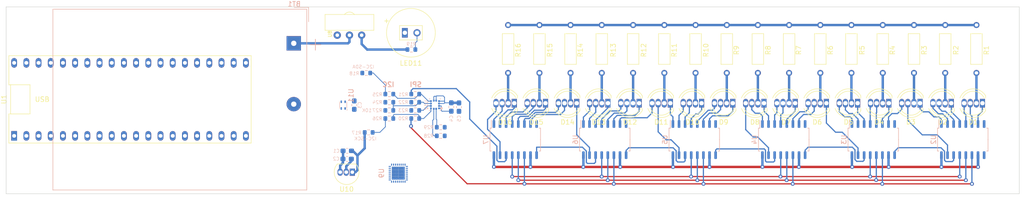
<source format=kicad_pcb>
(kicad_pcb (version 20171130) (host pcbnew "(5.1.12)-1")
  (layers (0 F.Cu signal) (31 B.Cu signal) (34 B.Paste user) (35 F.Paste user) (36 B.SilkS user) (37 F.SilkS user) (38 B.Mask user) (39 F.Mask user) (44 Edge.Cuts user))
  (net 0 "")
  (net 1 GND)
  (net 2 +4V)
  (net 3 "Net-(D1-Pad1)")
  (net 4 "Net-(D1-Pad2)")
  (net 5 "Net-(D1-Pad3)")
  (net 6 "Net-(D1-Pad4)")
  (net 7 "Net-(D2-Pad1)")
  (net 8 "Net-(D2-Pad2)")
  (net 9 "Net-(D2-Pad3)")
  (net 10 "Net-(D2-Pad4)")
  (net 11 "Net-(D3-Pad1)")
  (net 12 "Net-(D3-Pad2)")
  (net 13 "Net-(D3-Pad3)")
  (net 14 "Net-(D3-Pad4)")
  (net 15 "Net-(D4-Pad1)")
  (net 16 "Net-(D4-Pad2)")
  (net 17 "Net-(D4-Pad3)")
  (net 18 "Net-(D4-Pad4)")
  (net 19 "Net-(D5-Pad1)")
  (net 20 "Net-(D5-Pad2)")
  (net 21 "Net-(D5-Pad3)")
  (net 22 "Net-(D5-Pad4)")
  (net 23 "Net-(D6-Pad1)")
  (net 24 "Net-(D6-Pad2)")
  (net 25 "Net-(D6-Pad3)")
  (net 26 "Net-(D6-Pad4)")
  (net 27 "Net-(D7-Pad1)")
  (net 28 "Net-(D7-Pad2)")
  (net 29 "Net-(D7-Pad3)")
  (net 30 "Net-(D7-Pad4)")
  (net 31 "Net-(D8-Pad1)")
  (net 32 "Net-(D8-Pad2)")
  (net 33 "Net-(D8-Pad3)")
  (net 34 "Net-(D8-Pad4)")
  (net 35 "Net-(D9-Pad1)")
  (net 36 "Net-(D9-Pad2)")
  (net 37 "Net-(D9-Pad3)")
  (net 38 "Net-(D9-Pad4)")
  (net 39 "Net-(D10-Pad1)")
  (net 40 "Net-(D10-Pad2)")
  (net 41 "Net-(D10-Pad3)")
  (net 42 "Net-(D10-Pad4)")
  (net 43 "Net-(D11-Pad1)")
  (net 44 "Net-(D11-Pad2)")
  (net 45 "Net-(D11-Pad3)")
  (net 46 "Net-(D11-Pad4)")
  (net 47 "Net-(D12-Pad1)")
  (net 48 "Net-(D12-Pad2)")
  (net 49 "Net-(D12-Pad3)")
  (net 50 "Net-(D12-Pad4)")
  (net 51 "Net-(D13-Pad1)")
  (net 52 "Net-(D13-Pad2)")
  (net 53 "Net-(D13-Pad3)")
  (net 54 "Net-(D13-Pad4)")
  (net 55 "Net-(D14-Pad1)")
  (net 56 "Net-(D14-Pad2)")
  (net 57 "Net-(D14-Pad3)")
  (net 58 "Net-(D14-Pad4)")
  (net 59 "Net-(D15-Pad1)")
  (net 60 "Net-(D15-Pad2)")
  (net 61 "Net-(D15-Pad3)")
  (net 62 "Net-(D15-Pad4)")
  (net 63 "Net-(D16-Pad1)")
  (net 64 "Net-(D16-Pad2)")
  (net 65 "Net-(D16-Pad3)")
  (net 66 "Net-(D16-Pad4)")
  (net 67 MOSI)
  (net 68 SCK)
  (net 69 +3V3)
  (net 70 "Net-(U2-Pad14)")
  (net 71 ~LED-OE)
  (net 72 DISPLAY-CLK)
  (net 73 "Net-(U3-Pad14)")
  (net 74 "Net-(U4-Pad14)")
  (net 75 "Net-(U5-Pad14)")
  (net 76 "Net-(U6-Pad14)")
  (net 77 "/Humi - Temp Sensor/Vtemp-Analog")
  (net 78 "Net-(LED11-Pad2)")
  (net 79 I2C-SCK)
  (net 80 I2C-SDA)
  (net 81 "Net-(R20-Pad2)")
  (net 82 "Net-(R21-Pad2)")
  (net 83 "Net-(R22-Pad2)")
  (net 84 MISO)
  (net 85 "Net-(R23-Pad2)")
  (net 86 /Accelerometer/INT1)
  (net 87 /Accelerometer/INT2)
  (net 88 "/IR TX/RX/IR-TX")
  (net 89 /Accelerometer/SPI-CS)
  (net 90 /Accelerometer/I2C-A0)
  (net 91 "Net-(U1-Pad20)")
  (net 92 "Net-(U1-Pad21)")
  (net 93 "Net-(U1-Pad19)")
  (net 94 "Net-(U1-Pad18)")
  (net 95 "Net-(U1-Pad17)")
  (net 96 "Net-(U1-Pad24)")
  (net 97 "Net-(U1-Pad16)")
  (net 98 "Net-(U1-Pad25)")
  (net 99 "Net-(U1-Pad15)")
  (net 100 "Net-(U1-Pad26)")
  (net 101 "Net-(U1-Pad14)")
  (net 102 "Net-(U1-Pad27)")
  (net 103 "Net-(U1-Pad13)")
  (net 104 "Net-(U1-Pad28)")
  (net 105 "Net-(U1-Pad12)")
  (net 106 "Net-(U1-Pad11)")
  (net 107 "Net-(U1-Pad10)")
  (net 108 "Net-(U1-Pad31)")
  (net 109 "Net-(U1-Pad9)")
  (net 110 "Net-(U1-Pad32)")
  (net 111 "Net-(U1-Pad8)")
  (net 112 "Net-(U1-Pad33)")
  (net 113 "Net-(U1-Pad34)")
  (net 114 "Net-(U1-Pad6)")
  (net 115 "Net-(U1-Pad35)")
  (net 116 "Net-(U1-Pad5)")
  (net 117 "Net-(U1-Pad36)")
  (net 118 "Net-(U1-Pad4)")
  (net 119 "Net-(U1-Pad37)")
  (net 120 "Net-(U1-Pad1)")
  (net 121 "Net-(U2-Pad9)")
  (net 122 "/IR TX/RX/IR-RX")
  (net 123 "Net-(U9-Pad32)")
  (net 124 "Net-(U9-Pad31)")
  (net 125 "Net-(U9-Pad30)")
  (net 126 "Net-(U9-Pad29)")
  (net 127 "Net-(U9-Pad28)")
  (net 128 "Net-(U9-Pad27)")
  (net 129 "Net-(U9-Pad26)")
  (net 130 "Net-(U9-Pad25)")
  (net 131 "Net-(U9-Pad24)")
  (net 132 "Net-(U9-Pad23)")
  (net 133 "Net-(U9-Pad22)")
  (net 134 "Net-(U9-Pad21)")
  (net 135 "Net-(U9-Pad20)")
  (net 136 "Net-(U9-Pad19)")
  (net 137 "Net-(U9-Pad18)")
  (net 138 "Net-(U9-Pad17)")
  (net 139 "Net-(U9-Pad16)")
  (net 140 "Net-(U9-Pad15)")
  (net 141 "Net-(U9-Pad14)")
  (net 142 "Net-(U9-Pad13)")
  (net 143 "Net-(U9-Pad12)")
  (net 144 "Net-(U9-Pad11)")
  (net 145 "Net-(U9-Pad10)")
  (net 146 "Net-(U9-Pad9)")
  (net 147 "Net-(U9-Pad8)")
  (net 148 "Net-(U9-Pad7)")
  (net 149 "Net-(U9-Pad6)")
  (net 150 "Net-(U9-Pad5)")
  (net 151 "Net-(U9-Pad4)")
  (net 152 "Net-(U9-Pad3)")
  (net 153 "Net-(U9-Pad2)")
  (net 154 "Net-(U9-Pad1)")
  (module 74_eduardo_aaron:SHT4X (layer B.Cu) (at 140.2 40.5 90)
    (fp_text reference U11 (at 1.975 1.635 90) (layer B.SilkS) (effects (justify mirror)))
    (fp_text value SHT40-AD1B-R3)
    (pad 1 smd rect (at -0.7 0.4 90) (size 0.5 0.3) (layers B.Cu B.Paste B.Mask) (net 80 I2C-SDA))
    (pad 2 smd rect (at -0.7 -0.4 90) (size 0.5 0.3) (layers B.Cu B.Paste B.Mask) (net 79 I2C-SCK))
    (pad 3 smd rect (at 0.7 -0.4 90) (size 0.5 0.3) (layers B.Cu B.Paste B.Mask) (net 69 +3V3))
    (pad 4 smd rect (at 0.7 0.4 90) (size 0.5 0.3) (layers B.Cu B.Paste B.Mask) (net 1 GND))
  )
  (module 74_LIS2DE12TR:LIS2DE12TR (layer B.Cu) (at 159.31 40.42)
    (fp_text reference U12 (at -1.81 0.1 270) (layer B.SilkS) (effects (font (size 0.7 0.7) (thickness 0.07)) (justify mirror)))
    (fp_text value LIS2DE12TR)
    (pad 1 smd rect (at -0.8509 0.750001 270) (size 0.3556 0.381) (layers B.Cu B.Paste B.Mask) (net 81 "Net-(R20-Pad2)"))
    (pad 2 smd rect (at -0.8509 0.25 270) (size 0.3556 0.381) (layers B.Cu B.Paste B.Mask) (net 85 "Net-(R23-Pad2)"))
    (pad 3 smd rect (at -0.8509 -0.25 270) (size 0.3556 0.381) (layers B.Cu B.Paste B.Mask) (net 83 "Net-(R22-Pad2)"))
    (pad 4 smd rect (at -0.8509 -0.750001 270) (size 0.3556 0.381) (layers B.Cu B.Paste B.Mask) (net 82 "Net-(R21-Pad2)"))
    (pad 5 smd rect (at -0.25 -0.8509) (size 0.3556 0.381) (layers B.Cu B.Paste B.Mask) (net 1 GND))
    (pad 6 smd rect (at 0.25 -0.8509) (size 0.3556 0.381) (layers B.Cu B.Paste B.Mask) (net 1 GND))
    (pad 7 smd rect (at 0.8509 -0.750001 270) (size 0.3556 0.381) (layers B.Cu B.Paste B.Mask) (net 1 GND))
    (pad 8 smd rect (at 0.8509 -0.25 270) (size 0.3556 0.381) (layers B.Cu B.Paste B.Mask) (net 1 GND))
    (pad 9 smd rect (at 0.8509 0.25 270) (size 0.3556 0.381) (layers B.Cu B.Paste B.Mask) (net 69 +3V3))
    (pad 10 smd rect (at 0.8509 0.750001 270) (size 0.3556 0.381) (layers B.Cu B.Paste B.Mask) (net 69 +3V3))
    (pad 11 smd rect (at 0.25 0.8509) (size 0.3556 0.381) (layers B.Cu B.Paste B.Mask) (net 87 /Accelerometer/INT2))
    (pad 12 smd rect (at -0.25 0.8509) (size 0.3556 0.381) (layers B.Cu B.Paste B.Mask) (net 86 /Accelerometer/INT1))
  )
  (module 74_mehdi:TO-92L_Inline (layer F.Cu) (at 142.1 54.5 180)
    (fp_text reference U10 (at 1.19 -3.56) (layer F.SilkS))
    (fp_text value LM35-LP)
    (pad 1 thru_hole rect (at 0 0 180) (size 1.07 1.5) (drill 0.75) (layers *.Cu *.Mask) (net 69 +3V3))
    (pad 3 thru_hole oval (at 2.54 0 180) (size 1.07 1.5) (drill 0.75) (layers *.Cu *.Mask) (net 1 GND))
    (pad 2 thru_hole oval (at 1.27 0 180) (size 1.07 1.5) (drill 0.75) (layers *.Cu *.Mask) (net 77 "/Humi - Temp Sensor/Vtemp-Analog"))
  )
  (module 74_Kevin:Bluetooth_IC_IS1871SF-202-TRAY (layer B.Cu) (at 151.67 54.71 270)
    (fp_text reference U9 (at 0 3.5 90) (layer B.SilkS) (effects (justify mirror)))
    (fp_text value IS1871SF)
    (pad 33 smd rect (at 1.0125 -1.0125 270) (size 0.675 0.675) (layers B.Cu B.Paste B.Mask))
    (pad 33 smd rect (at 1.0125 -0.3375 270) (size 0.675 0.675) (layers B.Cu B.Paste B.Mask))
    (pad 33 smd rect (at 1.0125 0.3375 270) (size 0.675 0.675) (layers B.Cu B.Paste B.Mask))
    (pad 33 smd rect (at 1.0125 1.0125 270) (size 0.675 0.675) (layers B.Cu B.Paste B.Mask))
    (pad 33 smd rect (at 0.3375 -1.0125 270) (size 0.675 0.675) (layers B.Cu B.Paste B.Mask))
    (pad 33 smd rect (at 0.3375 -0.3375 270) (size 0.675 0.675) (layers B.Cu B.Paste B.Mask))
    (pad 33 smd rect (at 0.3375 0.3375 270) (size 0.675 0.675) (layers B.Cu B.Paste B.Mask))
    (pad 33 smd rect (at 0.3375 1.0125 270) (size 0.675 0.675) (layers B.Cu B.Paste B.Mask))
    (pad 33 smd rect (at -0.3375 -1.0125 270) (size 0.675 0.675) (layers B.Cu B.Paste B.Mask))
    (pad 33 smd rect (at -0.3375 -0.3375 270) (size 0.675 0.675) (layers B.Cu B.Paste B.Mask))
    (pad 33 smd rect (at -0.3375 0.3375 270) (size 0.675 0.675) (layers B.Cu B.Paste B.Mask))
    (pad 33 smd rect (at -0.3375 1.0125 270) (size 0.675 0.675) (layers B.Cu B.Paste B.Mask))
    (pad 33 smd rect (at -1.0125 -1.0125 270) (size 0.675 0.675) (layers B.Cu B.Paste B.Mask))
    (pad 33 smd rect (at -1.0125 -0.3375 270) (size 0.675 0.675) (layers B.Cu B.Paste B.Mask))
    (pad 33 smd rect (at -1.0125 0.3375 270) (size 0.675 0.675) (layers B.Cu B.Paste B.Mask))
    (pad 33 smd rect (at -1.0125 1.0125 270) (size 0.675 0.675) (layers B.Cu B.Paste B.Mask))
    (pad 32 smd rect (at -1.4 1.775 270) (size 0.2 0.45) (layers B.Cu B.Paste B.Mask) (net 123 "Net-(U9-Pad32)"))
    (pad 31 smd rect (at -1 1.775 270) (size 0.2 0.45) (layers B.Cu B.Paste B.Mask) (net 124 "Net-(U9-Pad31)"))
    (pad 30 smd rect (at -0.6 1.775 270) (size 0.2 0.45) (layers B.Cu B.Paste B.Mask) (net 125 "Net-(U9-Pad30)"))
    (pad 29 smd rect (at -0.2 1.775 270) (size 0.2 0.45) (layers B.Cu B.Paste B.Mask) (net 126 "Net-(U9-Pad29)"))
    (pad 28 smd rect (at 0.2 1.775 270) (size 0.2 0.45) (layers B.Cu B.Paste B.Mask) (net 127 "Net-(U9-Pad28)"))
    (pad 27 smd rect (at 0.6 1.775 270) (size 0.2 0.45) (layers B.Cu B.Paste B.Mask) (net 128 "Net-(U9-Pad27)"))
    (pad 26 smd rect (at 1 1.775 270) (size 0.2 0.45) (layers B.Cu B.Paste B.Mask) (net 129 "Net-(U9-Pad26)"))
    (pad 25 smd rect (at 1.4 1.775 270) (size 0.2 0.45) (layers B.Cu B.Paste B.Mask) (net 130 "Net-(U9-Pad25)"))
    (pad 24 smd rect (at 1.775 1.4 180) (size 0.2 0.45) (layers B.Cu B.Paste B.Mask) (net 131 "Net-(U9-Pad24)"))
    (pad 23 smd rect (at 1.775 1 180) (size 0.2 0.45) (layers B.Cu B.Paste B.Mask) (net 132 "Net-(U9-Pad23)"))
    (pad 22 smd rect (at 1.775 0.6 180) (size 0.2 0.45) (layers B.Cu B.Paste B.Mask) (net 133 "Net-(U9-Pad22)"))
    (pad 21 smd rect (at 1.775 0.2 180) (size 0.2 0.45) (layers B.Cu B.Paste B.Mask) (net 134 "Net-(U9-Pad21)"))
    (pad 20 smd rect (at 1.775 -0.2 180) (size 0.2 0.45) (layers B.Cu B.Paste B.Mask) (net 135 "Net-(U9-Pad20)"))
    (pad 19 smd rect (at 1.775 -0.6 180) (size 0.2 0.45) (layers B.Cu B.Paste B.Mask) (net 136 "Net-(U9-Pad19)"))
    (pad 18 smd rect (at 1.775 -1 180) (size 0.2 0.45) (layers B.Cu B.Paste B.Mask) (net 137 "Net-(U9-Pad18)"))
    (pad 17 smd rect (at 1.775 -1.4 180) (size 0.2 0.45) (layers B.Cu B.Paste B.Mask) (net 138 "Net-(U9-Pad17)"))
    (pad 16 smd rect (at 1.4 -1.775 270) (size 0.2 0.45) (layers B.Cu B.Paste B.Mask) (net 139 "Net-(U9-Pad16)"))
    (pad 15 smd rect (at 1 -1.775 270) (size 0.2 0.45) (layers B.Cu B.Paste B.Mask) (net 140 "Net-(U9-Pad15)"))
    (pad 14 smd rect (at 0.6 -1.775 270) (size 0.2 0.45) (layers B.Cu B.Paste B.Mask) (net 141 "Net-(U9-Pad14)"))
    (pad 13 smd rect (at 0.2 -1.775 270) (size 0.2 0.45) (layers B.Cu B.Paste B.Mask) (net 142 "Net-(U9-Pad13)"))
    (pad 12 smd rect (at -0.2 -1.775 270) (size 0.2 0.45) (layers B.Cu B.Paste B.Mask) (net 143 "Net-(U9-Pad12)"))
    (pad 11 smd rect (at -0.6 -1.775 270) (size 0.2 0.45) (layers B.Cu B.Paste B.Mask) (net 144 "Net-(U9-Pad11)"))
    (pad 10 smd rect (at -1 -1.775 270) (size 0.2 0.45) (layers B.Cu B.Paste B.Mask) (net 145 "Net-(U9-Pad10)"))
    (pad 9 smd rect (at -1.4 -1.775 270) (size 0.2 0.45) (layers B.Cu B.Paste B.Mask) (net 146 "Net-(U9-Pad9)"))
    (pad 8 smd rect (at -1.775 -1.4 180) (size 0.2 0.45) (layers B.Cu B.Paste B.Mask) (net 147 "Net-(U9-Pad8)"))
    (pad 7 smd rect (at -1.775 -1 180) (size 0.2 0.45) (layers B.Cu B.Paste B.Mask) (net 148 "Net-(U9-Pad7)"))
    (pad 6 smd rect (at -1.775 -0.6 180) (size 0.2 0.45) (layers B.Cu B.Paste B.Mask) (net 149 "Net-(U9-Pad6)"))
    (pad 5 smd rect (at -1.775 -0.2 180) (size 0.2 0.45) (layers B.Cu B.Paste B.Mask) (net 150 "Net-(U9-Pad5)"))
    (pad 4 smd rect (at -1.775 0.2 180) (size 0.2 0.45) (layers B.Cu B.Paste B.Mask) (net 151 "Net-(U9-Pad4)"))
    (pad 3 smd rect (at -1.775 0.6 180) (size 0.2 0.45) (layers B.Cu B.Paste B.Mask) (net 152 "Net-(U9-Pad3)"))
    (pad 2 smd rect (at -1.775 1 180) (size 0.2 0.45) (layers B.Cu B.Paste B.Mask) (net 153 "Net-(U9-Pad2)"))
    (pad 1 smd rect (at -1.775 1.4 180) (size 0.2 0.45) (layers B.Cu B.Paste B.Mask) (net 154 "Net-(U9-Pad1)"))
  )
  (module a_pontech:PLP-000201 (layer F.Cu) (at 141.5 25.9)
    (fp_text reference U8 (at -4.064 -0.254 90) (layer F.SilkS) (effects (font (size 0.7 0.7))))
    (fp_text value PLP-000201)
    (pad 1 thru_hole circle (at 2.54 0) (size 1.524 1.524) (drill 0.75) (layers *.Cu *.Mask) (net 1 GND))
    (pad 3 thru_hole circle (at -2.54 0) (size 1.524 1.524) (drill 0.75) (layers *.Cu *.Mask) (net 122 "/IR TX/RX/IR-RX"))
    (pad 2 thru_hole circle (at 0 0) (size 1.524 1.524) (drill 0.75) (layers *.Cu *.Mask) (net 2 +4V))
  )
  (module a_pontech:R_0603_1608Metric (layer B.Cu) (at 160.51 45.12 180)
    (fp_text reference R29 (at 2.5 0) (layer B.SilkS) (effects (font (size 0.7 0.7) (thickness 0.07)) (justify mirror)))
    (fp_text value PLP-000029)
    (pad 2 smd roundrect (at 0.825 0 180) (size 0.8 0.95) (layers B.Cu B.Paste B.Mask) (net 87 /Accelerometer/INT2))
    (pad 1 smd roundrect (at -0.825 0 180) (size 0.8 0.95) (layers B.Cu B.Paste B.Mask) (net 69 +3V3))
  )
  (module a_pontech:R_0603_1608Metric (layer B.Cu) (at 160.51 46.92 180)
    (fp_text reference R28 (at 2.5 0) (layer B.SilkS) (effects (font (size 0.7 0.7) (thickness 0.07)) (justify mirror)))
    (fp_text value PLP-000029)
    (pad 2 smd roundrect (at 0.825 0 180) (size 0.8 0.95) (layers B.Cu B.Paste B.Mask) (net 86 /Accelerometer/INT1))
    (pad 1 smd roundrect (at -0.825 0 180) (size 0.8 0.95) (layers B.Cu B.Paste B.Mask) (net 69 +3V3))
  )
  (module a_pontech:R_0603_1608Metric (layer B.Cu) (at 149.8 41.6)
    (fp_text reference R27 (at -2.5 0) (layer B.SilkS) (effects (font (size 0.7 0.7) (thickness 0.07)) (justify mirror)))
    (fp_text value PLP-000029)
    (pad 2 smd roundrect (at 0.825 0) (size 0.8 0.95) (layers B.Cu B.Paste B.Mask) (net 83 "Net-(R22-Pad2)"))
    (pad 1 smd roundrect (at -0.825 0) (size 0.8 0.95) (layers B.Cu B.Paste B.Mask) (net 69 +3V3))
  )
  (module a_pontech:R_0603_1608Metric (layer B.Cu) (at 149.8 43.3)
    (fp_text reference R26 (at -2.5 0) (layer B.SilkS) (effects (font (size 0.7 0.7) (thickness 0.07)) (justify mirror)))
    (fp_text value PLP-000091)
    (pad 2 smd roundrect (at 0.825 0) (size 0.8 0.95) (layers B.Cu B.Paste B.Mask) (net 81 "Net-(R20-Pad2)"))
    (pad 1 smd roundrect (at -0.825 0) (size 0.8 0.95) (layers B.Cu B.Paste B.Mask) (net 79 I2C-SCK))
  )
  (module a_pontech:R_0603_1608Metric (layer B.Cu) (at 149.8 38.2)
    (fp_text reference R25 (at -2.5 0.1) (layer B.SilkS) (effects (font (size 0.7 0.7) (thickness 0.07)) (justify mirror)))
    (fp_text value PLP-000091)
    (pad 2 smd roundrect (at 0.825 0) (size 0.8 0.95) (layers B.Cu B.Paste B.Mask) (net 82 "Net-(R21-Pad2)"))
    (pad 1 smd roundrect (at -0.825 0) (size 0.8 0.95) (layers B.Cu B.Paste B.Mask) (net 80 I2C-SDA))
  )
  (module a_pontech:R_0603_1608Metric (layer B.Cu) (at 149.8 39.9)
    (fp_text reference R24 (at -2.5 0) (layer B.SilkS) (effects (font (size 0.7 0.7) (thickness 0.07)) (justify mirror)))
    (fp_text value PLP-000091)
    (pad 2 smd roundrect (at 0.825 0) (size 0.8 0.95) (layers B.Cu B.Paste B.Mask) (net 83 "Net-(R22-Pad2)"))
    (pad 1 smd roundrect (at -0.825 0) (size 0.8 0.95) (layers B.Cu B.Paste B.Mask) (net 90 /Accelerometer/I2C-A0))
  )
  (module a_pontech:R_0603_1608Metric (layer B.Cu) (at 155.2 41.6)
    (fp_text reference R23 (at -2.5 0) (layer B.SilkS) (effects (font (size 0.7 0.7) (thickness 0.07)) (justify mirror)))
    (fp_text value PLP-000091)
    (pad 2 smd roundrect (at 0.825 0) (size 0.8 0.95) (layers B.Cu B.Paste B.Mask) (net 85 "Net-(R23-Pad2)"))
    (pad 1 smd roundrect (at -0.825 0) (size 0.8 0.95) (layers B.Cu B.Paste B.Mask) (net 89 /Accelerometer/SPI-CS))
  )
  (module a_pontech:R_0603_1608Metric (layer B.Cu) (at 155.2 39.9)
    (fp_text reference R22 (at -2.5 0) (layer B.SilkS) (effects (font (size 0.7 0.7) (thickness 0.07)) (justify mirror)))
    (fp_text value PLP-000091)
    (pad 2 smd roundrect (at 0.825 0) (size 0.8 0.95) (layers B.Cu B.Paste B.Mask) (net 83 "Net-(R22-Pad2)"))
    (pad 1 smd roundrect (at -0.825 0) (size 0.8 0.95) (layers B.Cu B.Paste B.Mask) (net 84 MISO))
  )
  (module a_pontech:R_0603_1608Metric (layer B.Cu) (at 155.2 38.2)
    (fp_text reference R21 (at -2.5 0.1) (layer B.SilkS) (effects (font (size 0.7 0.7) (thickness 0.07)) (justify mirror)))
    (fp_text value PLP-000091)
    (pad 2 smd roundrect (at 0.825 0) (size 0.8 0.95) (layers B.Cu B.Paste B.Mask) (net 82 "Net-(R21-Pad2)"))
    (pad 1 smd roundrect (at -0.825 0) (size 0.8 0.95) (layers B.Cu B.Paste B.Mask) (net 67 MOSI))
  )
  (module a_pontech:R_0603_1608Metric (layer B.Cu) (at 155.2 43.3)
    (fp_text reference R20 (at -2.5 0) (layer B.SilkS) (effects (font (size 0.7 0.7) (thickness 0.07)) (justify mirror)))
    (fp_text value PLP-000091)
    (pad 2 smd roundrect (at 0.825 0) (size 0.8 0.95) (layers B.Cu B.Paste B.Mask) (net 81 "Net-(R20-Pad2)"))
    (pad 1 smd roundrect (at -0.825 0) (size 0.8 0.95) (layers B.Cu B.Paste B.Mask) (net 68 SCK))
  )
  (module a_pontech:R_0603_1608Metric (layer B.Cu) (at 154.4 28.9 180)
    (fp_text reference R19 (at 0 1.15) (layer B.SilkS) (effects (font (size 0.7 0.7) (thickness 0.07)) (justify mirror)))
    (fp_text value PLP-000031)
    (pad 2 smd roundrect (at 0.825 0 180) (size 0.8 0.95) (layers B.Cu B.Paste B.Mask) (net 1 GND))
    (pad 1 smd roundrect (at -0.825 0 180) (size 0.8 0.95) (layers B.Cu B.Paste B.Mask) (net 78 "Net-(LED11-Pad2)"))
  )
  (module a_pontech:R_0603_1608Metric (layer B.Cu) (at 145 33.8)
    (fp_text reference R18 (at -2.5 0.1) (layer B.SilkS) (effects (font (size 0.7 0.7) (thickness 0.07)) (justify mirror)))
    (fp_text value PLP-000270)
    (pad 2 smd roundrect (at 0.825 0) (size 0.8 0.95) (layers B.Cu B.Paste B.Mask) (net 80 I2C-SDA))
    (pad 1 smd roundrect (at -0.825 0) (size 0.8 0.95) (layers B.Cu B.Paste B.Mask) (net 69 +3V3))
  )
  (module a_pontech:R_0603_1608Metric (layer B.Cu) (at 145.5 46.2)
    (fp_text reference R17 (at -2.5 0.1) (layer B.SilkS) (effects (font (size 0.7 0.7) (thickness 0.07)) (justify mirror)))
    (fp_text value PLP-000270)
    (pad 2 smd roundrect (at 0.825 0) (size 0.8 0.95) (layers B.Cu B.Paste B.Mask) (net 79 I2C-SCK))
    (pad 1 smd roundrect (at -0.825 0) (size 0.8 0.95) (layers B.Cu B.Paste B.Mask) (net 69 +3V3))
  )
  (module 74_ClassProj_IRFootprint:IR1503 (layer F.Cu) (at 154.3 25.4)
    (fp_text reference LED11 (at 0 6.35) (layer F.SilkS))
    (fp_text value IRLED1503)
    (fp_text user + (at -5.08 -2.54) (layer F.SilkS))
    (pad 2 thru_hole circle (at 1.27 0) (size 1.5 1.5) (drill 0.9) (layers *.Cu *.Mask) (net 78 "Net-(LED11-Pad2)"))
    (pad 1 thru_hole rect (at -1.27 0) (size 1.2 2) (drill 0.9) (layers *.Cu *.Mask) (net 88 "/IR TX/RX/IR-TX"))
  )
  (module a_pontech:CAP-NON-POLAR-0603 (layer B.Cu) (at 164.31 40.92 90)
    (fp_text reference C5 (at -2.4 0 90) (layer B.SilkS) (effects (font (size 0.7 0.7) (thickness 0.07)) (justify mirror)))
    (fp_text value PLP-000409)
    (pad 1 smd roundrect (at -0.875 0 90) (size 1.05 0.95) (layers B.Cu B.Paste B.Mask) (net 69 +3V3))
    (pad 2 smd roundrect (at 0.875 0 90) (size 1.05 0.95) (layers B.Cu B.Paste B.Mask) (net 1 GND))
  )
  (module a_pontech:CAP-NON-POLAR-0603 (layer B.Cu) (at 162.71 40.895 90)
    (fp_text reference C4 (at -2.425 0 90) (layer B.SilkS) (effects (font (size 0.7 0.7) (thickness 0.07)) (justify mirror)))
    (fp_text value PLP-000068)
    (pad 1 smd roundrect (at -0.875 0 90) (size 1.05 0.95) (layers B.Cu B.Paste B.Mask) (net 69 +3V3))
    (pad 2 smd roundrect (at 0.875 0 90) (size 1.05 0.95) (layers B.Cu B.Paste B.Mask) (net 1 GND))
  )
  (module a_pontech:CAP-NON-POLAR-0603 (layer B.Cu) (at 142.5 40.5 90)
    (fp_text reference C3 (at 0 1.15 90) (layer B.SilkS) (effects (font (size 0.7 0.7) (thickness 0.07)) (justify mirror)))
    (fp_text value PLP-000068)
    (pad 1 smd roundrect (at -0.875 0 90) (size 1.05 0.95) (layers B.Cu B.Paste B.Mask) (net 69 +3V3))
    (pad 2 smd roundrect (at 0.875 0 90) (size 1.05 0.95) (layers B.Cu B.Paste B.Mask) (net 1 GND))
  )
  (module a_pontech:CAP-NON-POLAR-0603 (layer B.Cu) (at 141.02 51.74 180)
    (fp_text reference C2 (at 2.29 0.03) (layer B.SilkS) (effects (font (size 0.7 0.7) (thickness 0.07)) (justify mirror)))
    (fp_text value PLP-000068)
    (pad 1 smd roundrect (at -0.875 0 180) (size 1.05 0.95) (layers B.Cu B.Paste B.Mask) (net 77 "/Humi - Temp Sensor/Vtemp-Analog"))
    (pad 2 smd roundrect (at 0.875 0 180) (size 1.05 0.95) (layers B.Cu B.Paste B.Mask) (net 1 GND))
  )
  (module a_pontech:CAP-NON-POLAR-0603 (layer B.Cu) (at 141.04 50.05 180)
    (fp_text reference C1 (at 2.27 -0.01) (layer B.SilkS) (effects (font (size 0.7 0.7) (thickness 0.07)) (justify mirror)))
    (fp_text value PLP-000068)
    (pad 1 smd roundrect (at -0.875 0 180) (size 1.05 0.95) (layers B.Cu B.Paste B.Mask) (net 69 +3V3))
    (pad 2 smd roundrect (at 0.875 0 180) (size 1.05 0.95) (layers B.Cu B.Paste B.Mask) (net 1 GND))
  )
  (module 74_jacob:R-0.25W-THRU (layer F.Cu) (at 174.5392 28.784 270)
    (fp_text reference R16 (at 0.26 -2.0828 90) (layer F.SilkS))
    (fp_text value R)
    (pad 2 thru_hole circle (at 5 0 270) (size 1.25 1.25) (drill 0.7) (layers *.Cu *.Mask) (net 64 "Net-(D16-Pad2)"))
    (pad 1 thru_hole circle (at -5 0 270) (size 1.25 1.25) (drill 0.7) (layers *.Cu *.Mask) (net 1 GND))
  )
  (module 74_jacob:R-0.25W-THRU (layer F.Cu) (at 181.067 28.784 270)
    (fp_text reference R15 (at 0.26 -2.159 90) (layer F.SilkS))
    (fp_text value R)
    (pad 2 thru_hole circle (at 5 0 270) (size 1.25 1.25) (drill 0.7) (layers *.Cu *.Mask) (net 60 "Net-(D15-Pad2)"))
    (pad 1 thru_hole circle (at -5 0 270) (size 1.25 1.25) (drill 0.7) (layers *.Cu *.Mask) (net 1 GND))
  )
  (module 74_jacob:R-0.25W-THRU (layer F.Cu) (at 187.544 28.784 270)
    (fp_text reference R14 (at 0.26 -2.032 90) (layer F.SilkS))
    (fp_text value R)
    (pad 2 thru_hole circle (at 5 0 270) (size 1.25 1.25) (drill 0.7) (layers *.Cu *.Mask) (net 56 "Net-(D14-Pad2)"))
    (pad 1 thru_hole circle (at -5 0 270) (size 1.25 1.25) (drill 0.7) (layers *.Cu *.Mask) (net 1 GND))
  )
  (module 74_jacob:R-0.25W-THRU (layer F.Cu) (at 194.0464 28.784 270)
    (fp_text reference R13 (at 0.26 -2.3876 90) (layer F.SilkS))
    (fp_text value R)
    (pad 2 thru_hole circle (at 5 0 270) (size 1.25 1.25) (drill 0.7) (layers *.Cu *.Mask) (net 52 "Net-(D13-Pad2)"))
    (pad 1 thru_hole circle (at -5 0 270) (size 1.25 1.25) (drill 0.7) (layers *.Cu *.Mask) (net 1 GND))
  )
  (module 74_jacob:R-0.25W-THRU (layer F.Cu) (at 200.5742 28.784 270)
    (fp_text reference R12 (at 0.26 -2.2098 90) (layer F.SilkS))
    (fp_text value R)
    (pad 2 thru_hole circle (at 5 0 270) (size 1.25 1.25) (drill 0.7) (layers *.Cu *.Mask) (net 48 "Net-(D12-Pad2)"))
    (pad 1 thru_hole circle (at -5 0 270) (size 1.25 1.25) (drill 0.7) (layers *.Cu *.Mask) (net 1 GND))
  )
  (module 74_jacob:R-0.25W-THRU (layer F.Cu) (at 207.0766 28.784 270)
    (fp_text reference R11 (at 0.26 -2.0574 90) (layer F.SilkS))
    (fp_text value R)
    (pad 2 thru_hole circle (at 5 0 270) (size 1.25 1.25) (drill 0.7) (layers *.Cu *.Mask) (net 44 "Net-(D11-Pad2)"))
    (pad 1 thru_hole circle (at -5 0 270) (size 1.25 1.25) (drill 0.7) (layers *.Cu *.Mask) (net 1 GND))
  )
  (module 74_jacob:R-0.25W-THRU (layer F.Cu) (at 213.579 28.784 270)
    (fp_text reference R10 (at 0.254 -2.159 90) (layer F.SilkS))
    (fp_text value R)
    (pad 2 thru_hole circle (at 5 0 270) (size 1.25 1.25) (drill 0.7) (layers *.Cu *.Mask) (net 40 "Net-(D10-Pad2)"))
    (pad 1 thru_hole circle (at -5 0 270) (size 1.25 1.25) (drill 0.7) (layers *.Cu *.Mask) (net 1 GND))
  )
  (module 74_jacob:R-0.25W-THRU (layer F.Cu) (at 220.0814 28.784 270)
    (fp_text reference R9 (at 0.26 -2.0066 90) (layer F.SilkS))
    (fp_text value R)
    (pad 2 thru_hole circle (at 5 0 270) (size 1.25 1.25) (drill 0.7) (layers *.Cu *.Mask) (net 36 "Net-(D9-Pad2)"))
    (pad 1 thru_hole circle (at -5 0 270) (size 1.25 1.25) (drill 0.7) (layers *.Cu *.Mask) (net 1 GND))
  )
  (module 74_jacob:R-0.25W-THRU (layer F.Cu) (at 226.5584 28.784 270)
    (fp_text reference R8 (at 0.26 -2.1336 90) (layer F.SilkS))
    (fp_text value R)
    (pad 2 thru_hole circle (at 5 0 270) (size 1.25 1.25) (drill 0.7) (layers *.Cu *.Mask) (net 32 "Net-(D8-Pad2)"))
    (pad 1 thru_hole circle (at -5 0 270) (size 1.25 1.25) (drill 0.7) (layers *.Cu *.Mask) (net 1 GND))
  )
  (module 74_jacob:R-0.25W-THRU (layer F.Cu) (at 233.0608 28.784 270)
    (fp_text reference R7 (at 0.26 -1.9812 90) (layer F.SilkS))
    (fp_text value R)
    (pad 2 thru_hole circle (at 5 0 270) (size 1.25 1.25) (drill 0.7) (layers *.Cu *.Mask) (net 28 "Net-(D7-Pad2)"))
    (pad 1 thru_hole circle (at -5 0 270) (size 1.25 1.25) (drill 0.7) (layers *.Cu *.Mask) (net 1 GND))
  )
  (module 74_jacob:R-0.25W-THRU (layer F.Cu) (at 239.5632 28.784 270)
    (fp_text reference R6 (at 0.26 -2.0828 90) (layer F.SilkS))
    (fp_text value R)
    (pad 2 thru_hole circle (at 5 0 270) (size 1.25 1.25) (drill 0.7) (layers *.Cu *.Mask) (net 24 "Net-(D6-Pad2)"))
    (pad 1 thru_hole circle (at -5 0 270) (size 1.25 1.25) (drill 0.7) (layers *.Cu *.Mask) (net 1 GND))
  )
  (module 74_jacob:R-0.25W-THRU (layer F.Cu) (at 246.0402 28.784 270)
    (fp_text reference R5 (at 0.26 -2.2098 90) (layer F.SilkS))
    (fp_text value R)
    (pad 2 thru_hole circle (at 5 0 270) (size 1.25 1.25) (drill 0.7) (layers *.Cu *.Mask) (net 20 "Net-(D5-Pad2)"))
    (pad 1 thru_hole circle (at -5 0 270) (size 1.25 1.25) (drill 0.7) (layers *.Cu *.Mask) (net 1 GND))
  )
  (module 74_jacob:R-0.25W-THRU (layer F.Cu) (at 252.568 28.784 270)
    (fp_text reference R4 (at 0.26 -2.032 90) (layer F.SilkS))
    (fp_text value R)
    (pad 2 thru_hole circle (at 5 0 270) (size 1.25 1.25) (drill 0.7) (layers *.Cu *.Mask) (net 16 "Net-(D4-Pad2)"))
    (pad 1 thru_hole circle (at -5 0 270) (size 1.25 1.25) (drill 0.7) (layers *.Cu *.Mask) (net 1 GND))
  )
  (module 74_jacob:R-0.25W-THRU (layer F.Cu) (at 259.0704 28.784 270)
    (fp_text reference R3 (at 0.26 -2.1336 90) (layer F.SilkS))
    (fp_text value R)
    (pad 2 thru_hole circle (at 5 0 270) (size 1.25 1.25) (drill 0.7) (layers *.Cu *.Mask) (net 12 "Net-(D3-Pad2)"))
    (pad 1 thru_hole circle (at -5 0 270) (size 1.25 1.25) (drill 0.7) (layers *.Cu *.Mask) (net 1 GND))
  )
  (module 74_jacob:R-0.25W-THRU (layer F.Cu) (at 265.5728 28.784 270)
    (fp_text reference R2 (at 0.26 -2.2352 90) (layer F.SilkS))
    (fp_text value R)
    (pad 2 thru_hole circle (at 5 0 270) (size 1.25 1.25) (drill 0.7) (layers *.Cu *.Mask) (net 8 "Net-(D2-Pad2)"))
    (pad 1 thru_hole circle (at -5 0 270) (size 1.25 1.25) (drill 0.7) (layers *.Cu *.Mask) (net 1 GND))
  )
  (module 74_jacob:R-0.25W-THRU (layer F.Cu) (at 272.0752 28.784 270)
    (fp_text reference R1 (at 0.26 -2.0828 90) (layer F.SilkS))
    (fp_text value R)
    (pad 2 thru_hole circle (at 5 0 270) (size 1.25 1.25) (drill 0.7) (layers *.Cu *.Mask) (net 4 "Net-(D1-Pad2)"))
    (pad 1 thru_hole circle (at -5 0 270) (size 1.25 1.25) (drill 0.7) (layers *.Cu *.Mask) (net 1 GND))
  )
  (module 74_jacob:BatteryHolder_Keystone_2479_3xAAA (layer B.Cu) (at 129.9 27.6 180)
    (fp_text reference BT1 (at -0.09 8.195) (layer B.SilkS) (effects (justify mirror)))
    (fp_text value AAA-3x-Battery-Pack)
    (fp_text user + (at -4.5 -0.05) (layer B.SilkS) (effects (font (size 3 3)) (justify mirror)))
    (pad "" np_thru_hole circle (at 23.72 -23.5 180) (size 3.45 3.45) (drill 3.45) (layers *.Cu *.Mask))
    (pad "" np_thru_hole circle (at 23.72 0 180) (size 3.45 3.45) (drill 3.45) (layers *.Cu *.Mask))
    (pad 2 thru_hole circle (at 0 -12.7 180) (size 3 3) (drill 1.1) (layers *.Cu *.Mask) (net 1 GND))
    (pad 1 thru_hole rect (at 0 0 180) (size 3 3) (drill 1.1) (layers *.Cu *.Mask) (net 2 +4V))
  )
  (module 74_jacob:SOIC-16_4.55x10.3mm_P1.27mm (layer B.Cu) (at 176.03 47.7 270)
    (fp_text reference U7 (at 0 6.1 90) (layer B.SilkS) (effects (justify mirror)))
    (fp_text value 74HC595)
    (pad 16 smd roundrect (at 3.25 4.445 270) (size 1.6 0.55) (layers B.Cu B.Paste B.Mask) (net 2 +4V))
    (pad 15 smd roundrect (at 3.25 3.175 270) (size 1.6 0.55) (layers B.Cu B.Paste B.Mask) (net 66 "Net-(D16-Pad4)"))
    (pad 14 smd roundrect (at 3.25 1.905 270) (size 1.6 0.55) (layers B.Cu B.Paste B.Mask) (net 67 MOSI))
    (pad 13 smd roundrect (at 3.25 0.635 270) (size 1.6 0.55) (layers B.Cu B.Paste B.Mask) (net 71 ~LED-OE))
    (pad 12 smd roundrect (at 3.25 -0.635 270) (size 1.6 0.55) (layers B.Cu B.Paste B.Mask) (net 72 DISPLAY-CLK))
    (pad 11 smd roundrect (at 3.25 -1.905 270) (size 1.6 0.55) (layers B.Cu B.Paste B.Mask) (net 68 SCK))
    (pad 10 smd roundrect (at 3.25 -3.175 270) (size 1.6 0.55) (layers B.Cu B.Paste B.Mask) (net 2 +4V))
    (pad 9 smd roundrect (at 3.25 -4.445 270) (size 1.6 0.55) (layers B.Cu B.Paste B.Mask) (net 76 "Net-(U6-Pad14)"))
    (pad 8 smd roundrect (at -3.25 -4.445 270) (size 1.6 0.55) (layers B.Cu B.Paste B.Mask) (net 1 GND))
    (pad 7 smd roundrect (at -3.25 -3.175 270) (size 1.6 0.55) (layers B.Cu B.Paste B.Mask) (net 57 "Net-(D14-Pad3)"))
    (pad 6 smd roundrect (at -3.25 -1.905 270) (size 1.6 0.55) (layers B.Cu B.Paste B.Mask) (net 58 "Net-(D14-Pad4)"))
    (pad 5 smd roundrect (at -3.25 -0.635 270) (size 1.6 0.55) (layers B.Cu B.Paste B.Mask) (net 59 "Net-(D15-Pad1)"))
    (pad 4 smd roundrect (at -3.25 0.635 270) (size 1.6 0.55) (layers B.Cu B.Paste B.Mask) (net 61 "Net-(D15-Pad3)"))
    (pad 3 smd roundrect (at -3.25 1.905 270) (size 1.6 0.55) (layers B.Cu B.Paste B.Mask) (net 62 "Net-(D15-Pad4)"))
    (pad 2 smd roundrect (at -3.25 3.175 270) (size 1.6 0.55) (layers B.Cu B.Paste B.Mask) (net 63 "Net-(D16-Pad1)"))
    (pad 1 smd roundrect (at -3.25 4.445 270) (size 1.6 0.55) (layers B.Cu B.Paste B.Mask) (net 65 "Net-(D16-Pad3)"))
  )
  (module 74_jacob:SOIC-16_4.55x10.3mm_P1.27mm (layer B.Cu) (at 194.67 47.7 270)
    (fp_text reference U6 (at 0 6.1 90) (layer B.SilkS) (effects (justify mirror)))
    (fp_text value 74HC595)
    (pad 16 smd roundrect (at 3.25 4.445 270) (size 1.6 0.55) (layers B.Cu B.Paste B.Mask) (net 2 +4V))
    (pad 15 smd roundrect (at 3.25 3.175 270) (size 1.6 0.55) (layers B.Cu B.Paste B.Mask) (net 55 "Net-(D14-Pad1)"))
    (pad 14 smd roundrect (at 3.25 1.905 270) (size 1.6 0.55) (layers B.Cu B.Paste B.Mask) (net 76 "Net-(U6-Pad14)"))
    (pad 13 smd roundrect (at 3.25 0.635 270) (size 1.6 0.55) (layers B.Cu B.Paste B.Mask) (net 71 ~LED-OE))
    (pad 12 smd roundrect (at 3.25 -0.635 270) (size 1.6 0.55) (layers B.Cu B.Paste B.Mask) (net 72 DISPLAY-CLK))
    (pad 11 smd roundrect (at 3.25 -1.905 270) (size 1.6 0.55) (layers B.Cu B.Paste B.Mask) (net 68 SCK))
    (pad 10 smd roundrect (at 3.25 -3.175 270) (size 1.6 0.55) (layers B.Cu B.Paste B.Mask) (net 2 +4V))
    (pad 9 smd roundrect (at 3.25 -4.445 270) (size 1.6 0.55) (layers B.Cu B.Paste B.Mask) (net 75 "Net-(U5-Pad14)"))
    (pad 8 smd roundrect (at -3.25 -4.445 270) (size 1.6 0.55) (layers B.Cu B.Paste B.Mask) (net 1 GND))
    (pad 7 smd roundrect (at -3.25 -3.175 270) (size 1.6 0.55) (layers B.Cu B.Paste B.Mask) (net 46 "Net-(D11-Pad4)"))
    (pad 6 smd roundrect (at -3.25 -1.905 270) (size 1.6 0.55) (layers B.Cu B.Paste B.Mask) (net 47 "Net-(D12-Pad1)"))
    (pad 5 smd roundrect (at -3.25 -0.635 270) (size 1.6 0.55) (layers B.Cu B.Paste B.Mask) (net 49 "Net-(D12-Pad3)"))
    (pad 4 smd roundrect (at -3.25 0.635 270) (size 1.6 0.55) (layers B.Cu B.Paste B.Mask) (net 50 "Net-(D12-Pad4)"))
    (pad 3 smd roundrect (at -3.25 1.905 270) (size 1.6 0.55) (layers B.Cu B.Paste B.Mask) (net 51 "Net-(D13-Pad1)"))
    (pad 2 smd roundrect (at -3.25 3.175 270) (size 1.6 0.55) (layers B.Cu B.Paste B.Mask) (net 53 "Net-(D13-Pad3)"))
    (pad 1 smd roundrect (at -3.25 4.445 270) (size 1.6 0.55) (layers B.Cu B.Paste B.Mask) (net 54 "Net-(D13-Pad4)"))
  )
  (module 74_jacob:SOIC-16_4.55x10.3mm_P1.27mm (layer B.Cu) (at 213.31 47.7 270)
    (fp_text reference U5 (at 0 6.1 90) (layer B.SilkS) (effects (justify mirror)))
    (fp_text value 74HC595)
    (pad 16 smd roundrect (at 3.25 4.445 270) (size 1.6 0.55) (layers B.Cu B.Paste B.Mask) (net 2 +4V))
    (pad 15 smd roundrect (at 3.25 3.175 270) (size 1.6 0.55) (layers B.Cu B.Paste B.Mask) (net 45 "Net-(D11-Pad3)"))
    (pad 14 smd roundrect (at 3.25 1.905 270) (size 1.6 0.55) (layers B.Cu B.Paste B.Mask) (net 75 "Net-(U5-Pad14)"))
    (pad 13 smd roundrect (at 3.25 0.635 270) (size 1.6 0.55) (layers B.Cu B.Paste B.Mask) (net 71 ~LED-OE))
    (pad 12 smd roundrect (at 3.25 -0.635 270) (size 1.6 0.55) (layers B.Cu B.Paste B.Mask) (net 72 DISPLAY-CLK))
    (pad 11 smd roundrect (at 3.25 -1.905 270) (size 1.6 0.55) (layers B.Cu B.Paste B.Mask) (net 68 SCK))
    (pad 10 smd roundrect (at 3.25 -3.175 270) (size 1.6 0.55) (layers B.Cu B.Paste B.Mask) (net 2 +4V))
    (pad 9 smd roundrect (at 3.25 -4.445 270) (size 1.6 0.55) (layers B.Cu B.Paste B.Mask) (net 74 "Net-(U4-Pad14)"))
    (pad 8 smd roundrect (at -3.25 -4.445 270) (size 1.6 0.55) (layers B.Cu B.Paste B.Mask) (net 1 GND))
    (pad 7 smd roundrect (at -3.25 -3.175 270) (size 1.6 0.55) (layers B.Cu B.Paste B.Mask) (net 35 "Net-(D9-Pad1)"))
    (pad 6 smd roundrect (at -3.25 -1.905 270) (size 1.6 0.55) (layers B.Cu B.Paste B.Mask) (net 37 "Net-(D9-Pad3)"))
    (pad 5 smd roundrect (at -3.25 -0.635 270) (size 1.6 0.55) (layers B.Cu B.Paste B.Mask) (net 38 "Net-(D9-Pad4)"))
    (pad 4 smd roundrect (at -3.25 0.635 270) (size 1.6 0.55) (layers B.Cu B.Paste B.Mask) (net 39 "Net-(D10-Pad1)"))
    (pad 3 smd roundrect (at -3.25 1.905 270) (size 1.6 0.55) (layers B.Cu B.Paste B.Mask) (net 41 "Net-(D10-Pad3)"))
    (pad 2 smd roundrect (at -3.25 3.175 270) (size 1.6 0.55) (layers B.Cu B.Paste B.Mask) (net 42 "Net-(D10-Pad4)"))
    (pad 1 smd roundrect (at -3.25 4.445 270) (size 1.6 0.55) (layers B.Cu B.Paste B.Mask) (net 43 "Net-(D11-Pad1)"))
  )
  (module 74_jacob:SOIC-16_4.55x10.3mm_P1.27mm (layer B.Cu) (at 231.95 47.7 270)
    (fp_text reference U4 (at 0 6.1 90) (layer B.SilkS) (effects (justify mirror)))
    (fp_text value 74HC595)
    (pad 16 smd roundrect (at 3.25 4.445 270) (size 1.6 0.55) (layers B.Cu B.Paste B.Mask) (net 2 +4V))
    (pad 15 smd roundrect (at 3.25 3.175 270) (size 1.6 0.55) (layers B.Cu B.Paste B.Mask) (net 34 "Net-(D8-Pad4)"))
    (pad 14 smd roundrect (at 3.25 1.905 270) (size 1.6 0.55) (layers B.Cu B.Paste B.Mask) (net 74 "Net-(U4-Pad14)"))
    (pad 13 smd roundrect (at 3.25 0.635 270) (size 1.6 0.55) (layers B.Cu B.Paste B.Mask) (net 71 ~LED-OE))
    (pad 12 smd roundrect (at 3.25 -0.635 270) (size 1.6 0.55) (layers B.Cu B.Paste B.Mask) (net 72 DISPLAY-CLK))
    (pad 11 smd roundrect (at 3.25 -1.905 270) (size 1.6 0.55) (layers B.Cu B.Paste B.Mask) (net 68 SCK))
    (pad 10 smd roundrect (at 3.25 -3.175 270) (size 1.6 0.55) (layers B.Cu B.Paste B.Mask) (net 2 +4V))
    (pad 9 smd roundrect (at 3.25 -4.445 270) (size 1.6 0.55) (layers B.Cu B.Paste B.Mask) (net 73 "Net-(U3-Pad14)"))
    (pad 8 smd roundrect (at -3.25 -4.445 270) (size 1.6 0.55) (layers B.Cu B.Paste B.Mask) (net 1 GND))
    (pad 7 smd roundrect (at -3.25 -3.175 270) (size 1.6 0.55) (layers B.Cu B.Paste B.Mask) (net 25 "Net-(D6-Pad3)"))
    (pad 6 smd roundrect (at -3.25 -1.905 270) (size 1.6 0.55) (layers B.Cu B.Paste B.Mask) (net 26 "Net-(D6-Pad4)"))
    (pad 5 smd roundrect (at -3.25 -0.635 270) (size 1.6 0.55) (layers B.Cu B.Paste B.Mask) (net 27 "Net-(D7-Pad1)"))
    (pad 4 smd roundrect (at -3.25 0.635 270) (size 1.6 0.55) (layers B.Cu B.Paste B.Mask) (net 29 "Net-(D7-Pad3)"))
    (pad 3 smd roundrect (at -3.25 1.905 270) (size 1.6 0.55) (layers B.Cu B.Paste B.Mask) (net 30 "Net-(D7-Pad4)"))
    (pad 2 smd roundrect (at -3.25 3.175 270) (size 1.6 0.55) (layers B.Cu B.Paste B.Mask) (net 31 "Net-(D8-Pad1)"))
    (pad 1 smd roundrect (at -3.25 4.445 270) (size 1.6 0.55) (layers B.Cu B.Paste B.Mask) (net 33 "Net-(D8-Pad3)"))
  )
  (module 74_jacob:SOIC-16_4.55x10.3mm_P1.27mm (layer B.Cu) (at 250.59 47.7 270)
    (fp_text reference U3 (at 0 6.1 90) (layer B.SilkS) (effects (justify mirror)))
    (fp_text value 74HC595)
    (pad 16 smd roundrect (at 3.25 4.445 270) (size 1.6 0.55) (layers B.Cu B.Paste B.Mask) (net 2 +4V))
    (pad 15 smd roundrect (at 3.25 3.175 270) (size 1.6 0.55) (layers B.Cu B.Paste B.Mask) (net 23 "Net-(D6-Pad1)"))
    (pad 14 smd roundrect (at 3.25 1.905 270) (size 1.6 0.55) (layers B.Cu B.Paste B.Mask) (net 73 "Net-(U3-Pad14)"))
    (pad 13 smd roundrect (at 3.25 0.635 270) (size 1.6 0.55) (layers B.Cu B.Paste B.Mask) (net 71 ~LED-OE))
    (pad 12 smd roundrect (at 3.25 -0.635 270) (size 1.6 0.55) (layers B.Cu B.Paste B.Mask) (net 72 DISPLAY-CLK))
    (pad 11 smd roundrect (at 3.25 -1.905 270) (size 1.6 0.55) (layers B.Cu B.Paste B.Mask) (net 68 SCK))
    (pad 10 smd roundrect (at 3.25 -3.175 270) (size 1.6 0.55) (layers B.Cu B.Paste B.Mask) (net 2 +4V))
    (pad 9 smd roundrect (at 3.25 -4.445 270) (size 1.6 0.55) (layers B.Cu B.Paste B.Mask) (net 70 "Net-(U2-Pad14)"))
    (pad 8 smd roundrect (at -3.25 -4.445 270) (size 1.6 0.55) (layers B.Cu B.Paste B.Mask) (net 1 GND))
    (pad 7 smd roundrect (at -3.25 -3.175 270) (size 1.6 0.55) (layers B.Cu B.Paste B.Mask) (net 14 "Net-(D3-Pad4)"))
    (pad 6 smd roundrect (at -3.25 -1.905 270) (size 1.6 0.55) (layers B.Cu B.Paste B.Mask) (net 15 "Net-(D4-Pad1)"))
    (pad 5 smd roundrect (at -3.25 -0.635 270) (size 1.6 0.55) (layers B.Cu B.Paste B.Mask) (net 17 "Net-(D4-Pad3)"))
    (pad 4 smd roundrect (at -3.25 0.635 270) (size 1.6 0.55) (layers B.Cu B.Paste B.Mask) (net 18 "Net-(D4-Pad4)"))
    (pad 3 smd roundrect (at -3.25 1.905 270) (size 1.6 0.55) (layers B.Cu B.Paste B.Mask) (net 19 "Net-(D5-Pad1)"))
    (pad 2 smd roundrect (at -3.25 3.175 270) (size 1.6 0.55) (layers B.Cu B.Paste B.Mask) (net 21 "Net-(D5-Pad3)"))
    (pad 1 smd roundrect (at -3.25 4.445 270) (size 1.6 0.55) (layers B.Cu B.Paste B.Mask) (net 22 "Net-(D5-Pad4)"))
  )
  (module 74_jacob:SOIC-16_4.55x10.3mm_P1.27mm (layer B.Cu) (at 269.23 47.7 270)
    (fp_text reference U2 (at 0 6.1 90) (layer B.SilkS) (effects (justify mirror)))
    (fp_text value 74HC595)
    (pad 16 smd roundrect (at 3.25 4.445 270) (size 1.6 0.55) (layers B.Cu B.Paste B.Mask) (net 2 +4V))
    (pad 15 smd roundrect (at 3.25 3.175 270) (size 1.6 0.55) (layers B.Cu B.Paste B.Mask) (net 13 "Net-(D3-Pad3)"))
    (pad 14 smd roundrect (at 3.25 1.905 270) (size 1.6 0.55) (layers B.Cu B.Paste B.Mask) (net 70 "Net-(U2-Pad14)"))
    (pad 13 smd roundrect (at 3.25 0.635 270) (size 1.6 0.55) (layers B.Cu B.Paste B.Mask) (net 71 ~LED-OE))
    (pad 12 smd roundrect (at 3.25 -0.635 270) (size 1.6 0.55) (layers B.Cu B.Paste B.Mask) (net 72 DISPLAY-CLK))
    (pad 11 smd roundrect (at 3.25 -1.905 270) (size 1.6 0.55) (layers B.Cu B.Paste B.Mask) (net 68 SCK))
    (pad 10 smd roundrect (at 3.25 -3.175 270) (size 1.6 0.55) (layers B.Cu B.Paste B.Mask) (net 2 +4V))
    (pad 9 smd roundrect (at 3.25 -4.445 270) (size 1.6 0.55) (layers B.Cu B.Paste B.Mask) (net 121 "Net-(U2-Pad9)"))
    (pad 8 smd roundrect (at -3.25 -4.445 270) (size 1.6 0.55) (layers B.Cu B.Paste B.Mask) (net 1 GND))
    (pad 7 smd roundrect (at -3.25 -3.175 270) (size 1.6 0.55) (layers B.Cu B.Paste B.Mask) (net 3 "Net-(D1-Pad1)"))
    (pad 6 smd roundrect (at -3.25 -1.905 270) (size 1.6 0.55) (layers B.Cu B.Paste B.Mask) (net 5 "Net-(D1-Pad3)"))
    (pad 5 smd roundrect (at -3.25 -0.635 270) (size 1.6 0.55) (layers B.Cu B.Paste B.Mask) (net 6 "Net-(D1-Pad4)"))
    (pad 4 smd roundrect (at -3.25 0.635 270) (size 1.6 0.55) (layers B.Cu B.Paste B.Mask) (net 7 "Net-(D2-Pad1)"))
    (pad 3 smd roundrect (at -3.25 1.905 270) (size 1.6 0.55) (layers B.Cu B.Paste B.Mask) (net 9 "Net-(D2-Pad3)"))
    (pad 2 smd roundrect (at -3.25 3.175 270) (size 1.6 0.55) (layers B.Cu B.Paste B.Mask) (net 10 "Net-(D2-Pad4)"))
    (pad 1 smd roundrect (at -3.25 4.445 270) (size 1.6 0.55) (layers B.Cu B.Paste B.Mask) (net 11 "Net-(D3-Pad1)"))
  )
  (module "74_Patrick B:FubSocket_DIP-40_600_ELL" (layer F.Cu) (at 95.8 39.3)
    (fp_text reference U1 (at -26.23 0 90) (layer F.SilkS))
    (fp_text value FUB-MINI)
    (fp_text user USB (at -18.288 0) (layer F.SilkS))
    (pad 20 thru_hole oval (at 24.13 7.62) (size 1.2 2) (drill 0.8) (layers *.Cu *.Mask) (net 91 "Net-(U1-Pad20)"))
    (pad 21 thru_hole oval (at 24.13 -7.62) (size 1.2 2) (drill 0.8) (layers *.Cu *.Mask) (net 92 "Net-(U1-Pad21)"))
    (pad 19 thru_hole oval (at 21.59 7.62) (size 1.2 2) (drill 0.8) (layers *.Cu *.Mask) (net 93 "Net-(U1-Pad19)"))
    (pad 22 thru_hole oval (at 21.59 -7.62) (size 1.2 2) (drill 0.8) (layers *.Cu *.Mask) (net 67 MOSI))
    (pad 18 thru_hole oval (at 19.05 7.62) (size 1.2 2) (drill 0.8) (layers *.Cu *.Mask) (net 94 "Net-(U1-Pad18)"))
    (pad 23 thru_hole oval (at 19.05 -7.62) (size 1.2 2) (drill 0.8) (layers *.Cu *.Mask) (net 84 MISO))
    (pad 17 thru_hole oval (at 16.51 7.62) (size 1.2 2) (drill 0.8) (layers *.Cu *.Mask) (net 95 "Net-(U1-Pad17)"))
    (pad 24 thru_hole oval (at 16.51 -7.62) (size 1.2 2) (drill 0.8) (layers *.Cu *.Mask) (net 96 "Net-(U1-Pad24)"))
    (pad 16 thru_hole oval (at 13.97 7.62) (size 1.2 2) (drill 0.8) (layers *.Cu *.Mask) (net 97 "Net-(U1-Pad16)"))
    (pad 25 thru_hole oval (at 13.97 -7.62) (size 1.2 2) (drill 0.8) (layers *.Cu *.Mask) (net 98 "Net-(U1-Pad25)"))
    (pad 15 thru_hole oval (at 11.43 7.62) (size 1.2 2) (drill 0.8) (layers *.Cu *.Mask) (net 99 "Net-(U1-Pad15)"))
    (pad 26 thru_hole oval (at 11.43 -7.62) (size 1.2 2) (drill 0.8) (layers *.Cu *.Mask) (net 100 "Net-(U1-Pad26)"))
    (pad 14 thru_hole oval (at 8.89 7.62) (size 1.2 2) (drill 0.8) (layers *.Cu *.Mask) (net 101 "Net-(U1-Pad14)"))
    (pad 27 thru_hole oval (at 8.89 -7.62) (size 1.2 2) (drill 0.8) (layers *.Cu *.Mask) (net 102 "Net-(U1-Pad27)"))
    (pad 13 thru_hole oval (at 6.35 7.62) (size 1.2 2) (drill 0.8) (layers *.Cu *.Mask) (net 103 "Net-(U1-Pad13)"))
    (pad 28 thru_hole oval (at 6.35 -7.62) (size 1.2 2) (drill 0.8) (layers *.Cu *.Mask) (net 104 "Net-(U1-Pad28)"))
    (pad 12 thru_hole oval (at 3.81 7.62) (size 1.2 2) (drill 0.8) (layers *.Cu *.Mask) (net 105 "Net-(U1-Pad12)"))
    (pad 29 thru_hole oval (at 3.81 -7.62) (size 1.2 2) (drill 0.8) (layers *.Cu *.Mask) (net 79 I2C-SCK))
    (pad 11 thru_hole oval (at 1.27 7.62) (size 1.2 2) (drill 0.8) (layers *.Cu *.Mask) (net 106 "Net-(U1-Pad11)"))
    (pad 30 thru_hole oval (at 1.27 -7.62) (size 1.2 2) (drill 0.8) (layers *.Cu *.Mask) (net 80 I2C-SDA))
    (pad 10 thru_hole oval (at -1.27 7.62) (size 1.2 2) (drill 0.8) (layers *.Cu *.Mask) (net 107 "Net-(U1-Pad10)"))
    (pad 31 thru_hole oval (at -1.27 -7.62) (size 1.2 2) (drill 0.8) (layers *.Cu *.Mask) (net 108 "Net-(U1-Pad31)"))
    (pad 9 thru_hole oval (at -3.81 7.62) (size 1.2 2) (drill 0.8) (layers *.Cu *.Mask) (net 109 "Net-(U1-Pad9)"))
    (pad 32 thru_hole oval (at -3.81 -7.62) (size 1.2 2) (drill 0.8) (layers *.Cu *.Mask) (net 110 "Net-(U1-Pad32)"))
    (pad 8 thru_hole oval (at -6.35 7.62) (size 1.2 2) (drill 0.8) (layers *.Cu *.Mask) (net 111 "Net-(U1-Pad8)"))
    (pad 33 thru_hole oval (at -6.35 -7.62) (size 1.2 2) (drill 0.8) (layers *.Cu *.Mask) (net 112 "Net-(U1-Pad33)"))
    (pad 7 thru_hole oval (at -8.89 7.62) (size 1.2 2) (drill 0.8) (layers *.Cu *.Mask) (net 68 SCK))
    (pad 34 thru_hole oval (at -8.89 -7.62) (size 1.2 2) (drill 0.8) (layers *.Cu *.Mask) (net 113 "Net-(U1-Pad34)"))
    (pad 6 thru_hole oval (at -11.43 7.62) (size 1.2 2) (drill 0.8) (layers *.Cu *.Mask) (net 114 "Net-(U1-Pad6)"))
    (pad 35 thru_hole oval (at -11.43 -7.62) (size 1.2 2) (drill 0.8) (layers *.Cu *.Mask) (net 115 "Net-(U1-Pad35)"))
    (pad 5 thru_hole oval (at -13.97 7.62) (size 1.2 2) (drill 0.8) (layers *.Cu *.Mask) (net 116 "Net-(U1-Pad5)"))
    (pad 36 thru_hole oval (at -13.97 -7.62) (size 1.2 2) (drill 0.8) (layers *.Cu *.Mask) (net 117 "Net-(U1-Pad36)"))
    (pad 4 thru_hole oval (at -16.51 7.62) (size 1.2 2) (drill 0.8) (layers *.Cu *.Mask) (net 118 "Net-(U1-Pad4)"))
    (pad 37 thru_hole oval (at -16.51 -7.62) (size 1.2 2) (drill 0.8) (layers *.Cu *.Mask) (net 119 "Net-(U1-Pad37)"))
    (pad 3 thru_hole oval (at -19.05 7.62) (size 1.2 2) (drill 0.8) (layers *.Cu *.Mask) (net 69 +3V3))
    (pad 38 thru_hole oval (at -19.05 -7.62) (size 1.2 2) (drill 0.8) (layers *.Cu *.Mask) (net 69 +3V3))
    (pad 2 thru_hole oval (at -21.59 7.62) (size 1.2 2) (drill 0.8) (layers *.Cu *.Mask) (net 1 GND))
    (pad 39 thru_hole oval (at -21.59 -7.62) (size 1.2 2) (drill 0.8) (layers *.Cu *.Mask) (net 1 GND))
    (pad 1 thru_hole rect (at -24.13 7.62) (size 1.2 2) (drill 0.8) (layers *.Cu *.Mask) (net 120 "Net-(U1-Pad1)"))
    (pad 40 thru_hole oval (at -24.13 -7.62) (size 1.2 2) (drill 0.8) (layers *.Cu *.Mask) (net 2 +4V))
  )
  (module 74_Jose:LED_D5.0mm-4_RGB (layer F.Cu) (at 175.83 40.1 180)
    (fp_text reference D16 (at 1.905 -3.96) (layer F.SilkS))
    (fp_text value LED_RGBC)
    (pad 1 thru_hole rect (at 0 0 180) (size 1.07 1.8) (drill 0.9) (layers *.Cu *.Mask) (net 63 "Net-(D16-Pad1)"))
    (pad 2 thru_hole oval (at 1.27 0 180) (size 1.07 1.8) (drill 0.9) (layers *.Cu *.Mask) (net 64 "Net-(D16-Pad2)"))
    (pad 3 thru_hole oval (at 2.54 0 180) (size 1.07 1.8) (drill 0.9) (layers *.Cu *.Mask) (net 65 "Net-(D16-Pad3)"))
    (pad 4 thru_hole oval (at 3.81 0 180) (size 1.07 1.8) (drill 0.9) (layers *.Cu *.Mask) (net 66 "Net-(D16-Pad4)"))
  )
  (module 74_Jose:LED_D5.0mm-4_RGB (layer F.Cu) (at 182.33 40.1 180)
    (fp_text reference D15 (at 1.905 -3.96) (layer F.SilkS))
    (fp_text value LED_RGBC)
    (pad 1 thru_hole rect (at 0 0 180) (size 1.07 1.8) (drill 0.9) (layers *.Cu *.Mask) (net 59 "Net-(D15-Pad1)"))
    (pad 2 thru_hole oval (at 1.27 0 180) (size 1.07 1.8) (drill 0.9) (layers *.Cu *.Mask) (net 60 "Net-(D15-Pad2)"))
    (pad 3 thru_hole oval (at 2.54 0 180) (size 1.07 1.8) (drill 0.9) (layers *.Cu *.Mask) (net 61 "Net-(D15-Pad3)"))
    (pad 4 thru_hole oval (at 3.81 0 180) (size 1.07 1.8) (drill 0.9) (layers *.Cu *.Mask) (net 62 "Net-(D15-Pad4)"))
  )
  (module 74_Jose:LED_D5.0mm-4_RGB (layer F.Cu) (at 188.83 40.1 180)
    (fp_text reference D14 (at 1.905 -3.96) (layer F.SilkS))
    (fp_text value LED_RGBC)
    (pad 1 thru_hole rect (at 0 0 180) (size 1.07 1.8) (drill 0.9) (layers *.Cu *.Mask) (net 55 "Net-(D14-Pad1)"))
    (pad 2 thru_hole oval (at 1.27 0 180) (size 1.07 1.8) (drill 0.9) (layers *.Cu *.Mask) (net 56 "Net-(D14-Pad2)"))
    (pad 3 thru_hole oval (at 2.54 0 180) (size 1.07 1.8) (drill 0.9) (layers *.Cu *.Mask) (net 57 "Net-(D14-Pad3)"))
    (pad 4 thru_hole oval (at 3.81 0 180) (size 1.07 1.8) (drill 0.9) (layers *.Cu *.Mask) (net 58 "Net-(D14-Pad4)"))
  )
  (module 74_Jose:LED_D5.0mm-4_RGB (layer F.Cu) (at 195.33 40.1 180)
    (fp_text reference D13 (at 1.905 -3.96) (layer F.SilkS))
    (fp_text value LED_RGBC)
    (pad 1 thru_hole rect (at 0 0 180) (size 1.07 1.8) (drill 0.9) (layers *.Cu *.Mask) (net 51 "Net-(D13-Pad1)"))
    (pad 2 thru_hole oval (at 1.27 0 180) (size 1.07 1.8) (drill 0.9) (layers *.Cu *.Mask) (net 52 "Net-(D13-Pad2)"))
    (pad 3 thru_hole oval (at 2.54 0 180) (size 1.07 1.8) (drill 0.9) (layers *.Cu *.Mask) (net 53 "Net-(D13-Pad3)"))
    (pad 4 thru_hole oval (at 3.81 0 180) (size 1.07 1.8) (drill 0.9) (layers *.Cu *.Mask) (net 54 "Net-(D13-Pad4)"))
  )
  (module 74_Jose:LED_D5.0mm-4_RGB (layer F.Cu) (at 201.83 40.1 180)
    (fp_text reference D12 (at 1.905 -3.96) (layer F.SilkS))
    (fp_text value LED_RGBC)
    (pad 1 thru_hole rect (at 0 0 180) (size 1.07 1.8) (drill 0.9) (layers *.Cu *.Mask) (net 47 "Net-(D12-Pad1)"))
    (pad 2 thru_hole oval (at 1.27 0 180) (size 1.07 1.8) (drill 0.9) (layers *.Cu *.Mask) (net 48 "Net-(D12-Pad2)"))
    (pad 3 thru_hole oval (at 2.54 0 180) (size 1.07 1.8) (drill 0.9) (layers *.Cu *.Mask) (net 49 "Net-(D12-Pad3)"))
    (pad 4 thru_hole oval (at 3.81 0 180) (size 1.07 1.8) (drill 0.9) (layers *.Cu *.Mask) (net 50 "Net-(D12-Pad4)"))
  )
  (module 74_Jose:LED_D5.0mm-4_RGB (layer F.Cu) (at 208.33 40.1 180)
    (fp_text reference D11 (at 1.905 -3.96) (layer F.SilkS))
    (fp_text value LED_RGBC)
    (pad 1 thru_hole rect (at 0 0 180) (size 1.07 1.8) (drill 0.9) (layers *.Cu *.Mask) (net 43 "Net-(D11-Pad1)"))
    (pad 2 thru_hole oval (at 1.27 0 180) (size 1.07 1.8) (drill 0.9) (layers *.Cu *.Mask) (net 44 "Net-(D11-Pad2)"))
    (pad 3 thru_hole oval (at 2.54 0 180) (size 1.07 1.8) (drill 0.9) (layers *.Cu *.Mask) (net 45 "Net-(D11-Pad3)"))
    (pad 4 thru_hole oval (at 3.81 0 180) (size 1.07 1.8) (drill 0.9) (layers *.Cu *.Mask) (net 46 "Net-(D11-Pad4)"))
  )
  (module 74_Jose:LED_D5.0mm-4_RGB (layer F.Cu) (at 214.83 40.1 180)
    (fp_text reference D10 (at 1.905 -3.96) (layer F.SilkS))
    (fp_text value LED_RGBC)
    (pad 1 thru_hole rect (at 0 0 180) (size 1.07 1.8) (drill 0.9) (layers *.Cu *.Mask) (net 39 "Net-(D10-Pad1)"))
    (pad 2 thru_hole oval (at 1.27 0 180) (size 1.07 1.8) (drill 0.9) (layers *.Cu *.Mask) (net 40 "Net-(D10-Pad2)"))
    (pad 3 thru_hole oval (at 2.54 0 180) (size 1.07 1.8) (drill 0.9) (layers *.Cu *.Mask) (net 41 "Net-(D10-Pad3)"))
    (pad 4 thru_hole oval (at 3.81 0 180) (size 1.07 1.8) (drill 0.9) (layers *.Cu *.Mask) (net 42 "Net-(D10-Pad4)"))
  )
  (module 74_Jose:LED_D5.0mm-4_RGB (layer F.Cu) (at 221.33 40.1 180)
    (fp_text reference D9 (at 1.905 -3.96) (layer F.SilkS))
    (fp_text value LED_RGBC)
    (pad 1 thru_hole rect (at 0 0 180) (size 1.07 1.8) (drill 0.9) (layers *.Cu *.Mask) (net 35 "Net-(D9-Pad1)"))
    (pad 2 thru_hole oval (at 1.27 0 180) (size 1.07 1.8) (drill 0.9) (layers *.Cu *.Mask) (net 36 "Net-(D9-Pad2)"))
    (pad 3 thru_hole oval (at 2.54 0 180) (size 1.07 1.8) (drill 0.9) (layers *.Cu *.Mask) (net 37 "Net-(D9-Pad3)"))
    (pad 4 thru_hole oval (at 3.81 0 180) (size 1.07 1.8) (drill 0.9) (layers *.Cu *.Mask) (net 38 "Net-(D9-Pad4)"))
  )
  (module 74_Jose:LED_D5.0mm-4_RGB (layer F.Cu) (at 227.83 40.1 180)
    (fp_text reference D8 (at 1.905 -3.96) (layer F.SilkS))
    (fp_text value LED_RGBC)
    (pad 1 thru_hole rect (at 0 0 180) (size 1.07 1.8) (drill 0.9) (layers *.Cu *.Mask) (net 31 "Net-(D8-Pad1)"))
    (pad 2 thru_hole oval (at 1.27 0 180) (size 1.07 1.8) (drill 0.9) (layers *.Cu *.Mask) (net 32 "Net-(D8-Pad2)"))
    (pad 3 thru_hole oval (at 2.54 0 180) (size 1.07 1.8) (drill 0.9) (layers *.Cu *.Mask) (net 33 "Net-(D8-Pad3)"))
    (pad 4 thru_hole oval (at 3.81 0 180) (size 1.07 1.8) (drill 0.9) (layers *.Cu *.Mask) (net 34 "Net-(D8-Pad4)"))
  )
  (module 74_Jose:LED_D5.0mm-4_RGB (layer F.Cu) (at 234.33 40.1 180)
    (fp_text reference D7 (at 1.905 -3.96) (layer F.SilkS))
    (fp_text value LED_RGBC)
    (pad 1 thru_hole rect (at 0 0 180) (size 1.07 1.8) (drill 0.9) (layers *.Cu *.Mask) (net 27 "Net-(D7-Pad1)"))
    (pad 2 thru_hole oval (at 1.27 0 180) (size 1.07 1.8) (drill 0.9) (layers *.Cu *.Mask) (net 28 "Net-(D7-Pad2)"))
    (pad 3 thru_hole oval (at 2.54 0 180) (size 1.07 1.8) (drill 0.9) (layers *.Cu *.Mask) (net 29 "Net-(D7-Pad3)"))
    (pad 4 thru_hole oval (at 3.81 0 180) (size 1.07 1.8) (drill 0.9) (layers *.Cu *.Mask) (net 30 "Net-(D7-Pad4)"))
  )
  (module 74_Jose:LED_D5.0mm-4_RGB (layer F.Cu) (at 240.83 40.1 180)
    (fp_text reference D6 (at 1.905 -3.96) (layer F.SilkS))
    (fp_text value LED_RGBC)
    (pad 1 thru_hole rect (at 0 0 180) (size 1.07 1.8) (drill 0.9) (layers *.Cu *.Mask) (net 23 "Net-(D6-Pad1)"))
    (pad 2 thru_hole oval (at 1.27 0 180) (size 1.07 1.8) (drill 0.9) (layers *.Cu *.Mask) (net 24 "Net-(D6-Pad2)"))
    (pad 3 thru_hole oval (at 2.54 0 180) (size 1.07 1.8) (drill 0.9) (layers *.Cu *.Mask) (net 25 "Net-(D6-Pad3)"))
    (pad 4 thru_hole oval (at 3.81 0 180) (size 1.07 1.8) (drill 0.9) (layers *.Cu *.Mask) (net 26 "Net-(D6-Pad4)"))
  )
  (module 74_Jose:LED_D5.0mm-4_RGB (layer F.Cu) (at 247.33 40.1 180)
    (fp_text reference D5 (at 1.905 -3.96) (layer F.SilkS))
    (fp_text value LED_RGBC)
    (pad 1 thru_hole rect (at 0 0 180) (size 1.07 1.8) (drill 0.9) (layers *.Cu *.Mask) (net 19 "Net-(D5-Pad1)"))
    (pad 2 thru_hole oval (at 1.27 0 180) (size 1.07 1.8) (drill 0.9) (layers *.Cu *.Mask) (net 20 "Net-(D5-Pad2)"))
    (pad 3 thru_hole oval (at 2.54 0 180) (size 1.07 1.8) (drill 0.9) (layers *.Cu *.Mask) (net 21 "Net-(D5-Pad3)"))
    (pad 4 thru_hole oval (at 3.81 0 180) (size 1.07 1.8) (drill 0.9) (layers *.Cu *.Mask) (net 22 "Net-(D5-Pad4)"))
  )
  (module 74_Jose:LED_D5.0mm-4_RGB (layer F.Cu) (at 253.83 40.1 180)
    (fp_text reference D4 (at 2.024 -3.924) (layer F.SilkS))
    (fp_text value LED_RGBC)
    (pad 1 thru_hole rect (at 0 0 180) (size 1.07 1.8) (drill 0.9) (layers *.Cu *.Mask) (net 15 "Net-(D4-Pad1)"))
    (pad 2 thru_hole oval (at 1.27 0 180) (size 1.07 1.8) (drill 0.9) (layers *.Cu *.Mask) (net 16 "Net-(D4-Pad2)"))
    (pad 3 thru_hole oval (at 2.54 0 180) (size 1.07 1.8) (drill 0.9) (layers *.Cu *.Mask) (net 17 "Net-(D4-Pad3)"))
    (pad 4 thru_hole oval (at 3.81 0 180) (size 1.07 1.8) (drill 0.9) (layers *.Cu *.Mask) (net 18 "Net-(D4-Pad4)"))
  )
  (module 74_Jose:LED_D5.0mm-4_RGB (layer F.Cu) (at 260.33 40.1 180)
    (fp_text reference D3 (at 1.92 -3.924) (layer F.SilkS))
    (fp_text value LED_RGBC)
    (pad 1 thru_hole rect (at 0 0 180) (size 1.07 1.8) (drill 0.9) (layers *.Cu *.Mask) (net 11 "Net-(D3-Pad1)"))
    (pad 2 thru_hole oval (at 1.27 0 180) (size 1.07 1.8) (drill 0.9) (layers *.Cu *.Mask) (net 12 "Net-(D3-Pad2)"))
    (pad 3 thru_hole oval (at 2.54 0 180) (size 1.07 1.8) (drill 0.9) (layers *.Cu *.Mask) (net 13 "Net-(D3-Pad3)"))
    (pad 4 thru_hole oval (at 3.81 0 180) (size 1.07 1.8) (drill 0.9) (layers *.Cu *.Mask) (net 14 "Net-(D3-Pad4)"))
  )
  (module 74_Jose:LED_D5.0mm-4_RGB (layer F.Cu) (at 266.83 40.1 180)
    (fp_text reference D2 (at 1.816 -3.924) (layer F.SilkS))
    (fp_text value LED_RGBC)
    (pad 1 thru_hole rect (at 0 0 180) (size 1.07 1.8) (drill 0.9) (layers *.Cu *.Mask) (net 7 "Net-(D2-Pad1)"))
    (pad 2 thru_hole oval (at 1.27 0 180) (size 1.07 1.8) (drill 0.9) (layers *.Cu *.Mask) (net 8 "Net-(D2-Pad2)"))
    (pad 3 thru_hole oval (at 2.54 0 180) (size 1.07 1.8) (drill 0.9) (layers *.Cu *.Mask) (net 9 "Net-(D2-Pad3)"))
    (pad 4 thru_hole oval (at 3.81 0 180) (size 1.07 1.8) (drill 0.9) (layers *.Cu *.Mask) (net 10 "Net-(D2-Pad4)"))
  )
  (module 74_Jose:LED_D5.0mm-4_RGB (layer F.Cu) (at 273.33 40.1 180)
    (fp_text reference D1 (at 1.966 -3.924) (layer F.SilkS))
    (fp_text value LED_RGBC)
    (pad 1 thru_hole rect (at 0 0 180) (size 1.07 1.8) (drill 0.9) (layers *.Cu *.Mask) (net 3 "Net-(D1-Pad1)"))
    (pad 2 thru_hole oval (at 1.27 0 180) (size 1.07 1.8) (drill 0.9) (layers *.Cu *.Mask) (net 4 "Net-(D1-Pad2)"))
    (pad 3 thru_hole oval (at 2.54 0 180) (size 1.07 1.8) (drill 0.9) (layers *.Cu *.Mask) (net 5 "Net-(D1-Pad3)"))
    (pad 4 thru_hole oval (at 3.81 0 180) (size 1.07 1.8) (drill 0.9) (layers *.Cu *.Mask) (net 6 "Net-(D1-Pad4)"))
  )
  (gr_text I2C-SCK (at 144.8 47.5) (layer B.SilkS) (effects (font (size 0.7 0.7) (thickness 0.07)) (justify mirror)))
  (gr_text I2C-SDA (at 144.4 32.5) (layer B.SilkS) (effects (font (size 0.7 0.7) (thickness 0.07)) (justify mirror)))
  (gr_text 10K (at 145.1 41.6) (layer B.SilkS) (effects (font (size 0.7 0.7) (thickness 0.07)) (justify mirror)))
  (gr_text I2C (at 149.6 36.2) (layer B.SilkS) (effects (font (size 1 1) (thickness 0.2)) (justify mirror)))
  (gr_text SPI (at 155.3 36.2) (layer B.SilkS) (effects (font (size 1 1) (thickness 0.2)) (justify mirror)))
  (gr_line (start 70 59) (end 70 20) (layer Edge.Cuts) (width 0.1))
  (gr_line (start 281 59) (end 70 59) (layer Edge.Cuts) (width 0.1))
  (gr_line (start 281 20) (end 281 59) (layer Edge.Cuts) (width 0.1))
  (gr_line (start 70 20) (end 281 20) (layer Edge.Cuts) (width 0.1))
  (segment (start 272.0752 23.784) (end 174.544 23.784) (width 0.5) (layer B.Cu) (net 1))
  (segment (start 174.544 23.784) (end 174.54 23.78) (width 0.5) (layer B.Cu) (net 1))
  (segment (start 174.5392 23.784) (end 174.544 23.784) (width 0.5) (layer B.Cu) (net 1))
  (segment (start 162.71 40.02) (end 164.31 40.02) (width 0.5) (layer B.Cu) (net 1))
  (segment (start 164.31 40.02) (end 164.32 40.03) (width 0.5) (layer B.Cu) (net 1))
  (segment (start 140.165 51.72) (end 140.145 51.74) (width 0.5) (layer B.Cu) (net 1))
  (segment (start 140.165 50.05) (end 140.165 51.72) (width 0.5) (layer B.Cu) (net 1))
  (segment (start 140.145 51.74) (end 140.145 52.545) (width 0.5) (layer B.Cu) (net 1))
  (segment (start 139.56 53.13) (end 139.56 54.5) (width 0.5) (layer B.Cu) (net 1))
  (segment (start 140.145 52.545) (end 139.56 53.13) (width 0.5) (layer B.Cu) (net 1))
  (segment (start 144.04 25.9) (end 144.04 27.75) (width 0.5) (layer B.Cu) (net 1))
  (segment (start 145.19 28.9) (end 153.575 28.9) (width 0.5) (layer B.Cu) (net 1))
  (segment (start 144.04 27.75) (end 145.19 28.9) (width 0.5) (layer B.Cu) (net 1))
  (segment (start 160.1609 40.17) (end 161.18 40.17) (width 0.1524) (layer B.Cu) (net 1))
  (segment (start 161.33 40.02) (end 162.71 40.02) (width 0.1524) (layer B.Cu) (net 1))
  (segment (start 161.18 40.17) (end 161.33 40.02) (width 0.1524) (layer B.Cu) (net 1))
  (segment (start 160.1609 39.669999) (end 161.300001 39.669999) (width 0.1524) (layer B.Cu) (net 1))
  (segment (start 161.33 39.699998) (end 161.33 40.02) (width 0.1524) (layer B.Cu) (net 1))
  (segment (start 161.300001 39.669999) (end 161.33 39.699998) (width 0.1524) (layer B.Cu) (net 1))
  (segment (start 159.56 39.5691) (end 159.56 38.66) (width 0.1524) (layer B.Cu) (net 1))
  (segment (start 159.56 38.66) (end 159.64 38.58) (width 0.1524) (layer B.Cu) (net 1))
  (segment (start 159.64 38.58) (end 161.02 38.58) (width 0.1524) (layer B.Cu) (net 1))
  (segment (start 161.300001 38.860001) (end 161.300001 39.669999) (width 0.1524) (layer B.Cu) (net 1))
  (segment (start 161.02 38.58) (end 161.300001 38.860001) (width 0.1524) (layer B.Cu) (net 1))
  (segment (start 159.06 39.5691) (end 159.06 38.76) (width 0.1524) (layer B.Cu) (net 1))
  (segment (start 159.16 38.66) (end 159.56 38.66) (width 0.1524) (layer B.Cu) (net 1))
  (segment (start 159.06 38.76) (end 159.16 38.66) (width 0.1524) (layer B.Cu) (net 1))
  (segment (start 272.41 50.96) (end 272.4 50.95) (width 0.5) (layer B.Cu) (net 2))
  (segment (start 141.5 25.9) (end 141.5 27.32) (width 0.5) (layer B.Cu) (net 2))
  (segment (start 141.22 27.6) (end 129.9 27.6) (width 0.5) (layer B.Cu) (net 2))
  (segment (start 141.5 27.32) (end 141.22 27.6) (width 0.5) (layer B.Cu) (net 2))
  (via (at 272.41 53.41) (size 0.8) (drill 0.4) (layers F.Cu B.Cu) (net 2))
  (segment (start 272.405 53.405) (end 272.41 53.41) (width 0.5) (layer B.Cu) (net 2))
  (segment (start 272.405 50.95) (end 272.405 53.405) (width 0.5) (layer B.Cu) (net 2))
  (segment (start 272.41 53.41) (end 272.41 50.96) (width 0.5) (layer B.Cu) (net 2))
  (segment (start 171.61 53.41) (end 171.585 53.385) (width 0.5) (layer F.Cu) (net 2))
  (segment (start 272.41 53.41) (end 253.79 53.41) (width 0.5) (layer F.Cu) (net 2))
  (via (at 171.585 53.385) (size 0.8) (drill 0.4) (layers F.Cu B.Cu) (net 2))
  (segment (start 171.585 50.95) (end 171.585 53.385) (width 0.5) (layer B.Cu) (net 2))
  (segment (start 179.19 53.41) (end 171.61 53.41) (width 0.5) (layer F.Cu) (net 2))
  (via (at 179.19 53.41) (size 0.8) (drill 0.4) (layers F.Cu B.Cu) (net 2))
  (segment (start 190.19 53.41) (end 179.19 53.41) (width 0.5) (layer F.Cu) (net 2))
  (via (at 190.19 53.41) (size 0.8) (drill 0.4) (layers F.Cu B.Cu) (net 2))
  (segment (start 197.89 53.41) (end 190.19 53.41) (width 0.5) (layer F.Cu) (net 2))
  (via (at 197.89 53.41) (size 0.8) (drill 0.4) (layers F.Cu B.Cu) (net 2))
  (segment (start 208.89 53.41) (end 197.89 53.41) (width 0.5) (layer F.Cu) (net 2))
  (via (at 208.89 53.41) (size 0.8) (drill 0.4) (layers F.Cu B.Cu) (net 2))
  (segment (start 216.49 53.41) (end 208.89 53.41) (width 0.5) (layer F.Cu) (net 2))
  (via (at 216.49 53.41) (size 0.8) (drill 0.4) (layers F.Cu B.Cu) (net 2))
  (segment (start 235.09 53.41) (end 216.49 53.41) (width 0.5) (layer F.Cu) (net 2))
  (via (at 235.09 53.41) (size 0.8) (drill 0.4) (layers F.Cu B.Cu) (net 2))
  (segment (start 246.19 53.41) (end 235.09 53.41) (width 0.5) (layer F.Cu) (net 2))
  (via (at 246.19 53.41) (size 0.8) (drill 0.4) (layers F.Cu B.Cu) (net 2))
  (segment (start 253.79 53.41) (end 246.19 53.41) (width 0.5) (layer F.Cu) (net 2))
  (via (at 253.79 53.41) (size 0.8) (drill 0.4) (layers F.Cu B.Cu) (net 2))
  (via (at 264.785 53.415) (size 0.8) (drill 0.4) (layers F.Cu B.Cu) (net 2))
  (segment (start 264.785 50.95) (end 264.785 53.415) (width 0.5) (layer B.Cu) (net 2))
  (segment (start 253.765 53.385) (end 253.79 53.41) (width 0.5) (layer B.Cu) (net 2))
  (segment (start 253.765 50.95) (end 253.765 53.385) (width 0.5) (layer B.Cu) (net 2))
  (via (at 227.505 53.395) (size 0.8) (drill 0.4) (layers F.Cu B.Cu) (net 2))
  (segment (start 227.505 50.95) (end 227.505 53.395) (width 0.5) (layer B.Cu) (net 2))
  (segment (start 179.205 53.395) (end 179.19 53.41) (width 0.5) (layer B.Cu) (net 2))
  (segment (start 179.205 50.95) (end 179.205 53.395) (width 0.5) (layer B.Cu) (net 2))
  (segment (start 190.225 53.375) (end 190.19 53.41) (width 0.5) (layer B.Cu) (net 2))
  (segment (start 190.225 50.95) (end 190.225 53.375) (width 0.5) (layer B.Cu) (net 2))
  (segment (start 197.845 53.365) (end 197.89 53.41) (width 0.5) (layer B.Cu) (net 2))
  (segment (start 197.845 50.95) (end 197.845 53.365) (width 0.5) (layer B.Cu) (net 2))
  (segment (start 208.865 53.385) (end 208.89 53.41) (width 0.5) (layer B.Cu) (net 2))
  (segment (start 208.865 50.95) (end 208.865 53.385) (width 0.5) (layer B.Cu) (net 2))
  (segment (start 216.485 53.405) (end 216.49 53.41) (width 0.5) (layer B.Cu) (net 2))
  (segment (start 216.485 50.95) (end 216.485 53.405) (width 0.5) (layer B.Cu) (net 2))
  (segment (start 235.125 53.375) (end 235.09 53.41) (width 0.5) (layer B.Cu) (net 2))
  (segment (start 235.125 50.95) (end 235.125 53.375) (width 0.5) (layer B.Cu) (net 2))
  (segment (start 246.145 53.365) (end 246.19 53.41) (width 0.5) (layer B.Cu) (net 2))
  (segment (start 246.145 50.95) (end 246.145 53.365) (width 0.5) (layer B.Cu) (net 2))
  (segment (start 272.405 44.45) (end 272.405 44.425) (width 0.25) (layer B.Cu) (net 3))
  (segment (start 272.405 44.45) (end 272.405 42.685) (width 0.25) (layer B.Cu) (net 3))
  (segment (start 272.405 42.685) (end 273.3 41.79) (width 0.25) (layer B.Cu) (net 3))
  (segment (start 273.3 41.79) (end 273.3 40.17) (width 0.25) (layer B.Cu) (net 3))
  (segment (start 273.3 40.17) (end 273.37 40.1) (width 0.25) (layer B.Cu) (net 3))
  (segment (start 272.0752 33.784) (end 272.0752 40.1648) (width 0.5) (layer B.Cu) (net 4))
  (segment (start 272.0752 40.1648) (end 272.04 40.2) (width 0.5) (layer B.Cu) (net 4))
  (segment (start 271.135 44.45) (end 271.135 42.805) (width 0.25) (layer B.Cu) (net 5))
  (segment (start 271.135 42.805) (end 270.8 42.47) (width 0.25) (layer B.Cu) (net 5))
  (segment (start 270.8 42.47) (end 270.8 40.13) (width 0.25) (layer B.Cu) (net 5))
  (segment (start 270.8 40.13) (end 270.8 40.11) (width 0.25) (layer B.Cu) (net 5))
  (segment (start 270.8 40.11) (end 270.78 40.13) (width 0.25) (layer B.Cu) (net 5))
  (segment (start 270.78 40.13) (end 270.79 40.12) (width 0.25) (layer B.Cu) (net 5))
  (segment (start 270.79 40.12) (end 270.81 40.12) (width 0.25) (layer B.Cu) (net 5))
  (segment (start 269.865 44.45) (end 269.865 42.525) (width 0.25) (layer B.Cu) (net 6))
  (segment (start 269.865 42.525) (end 269.52 42.18) (width 0.25) (layer B.Cu) (net 6))
  (segment (start 269.52 42.18) (end 269.52 40.13) (width 0.25) (layer B.Cu) (net 6))
  (segment (start 268.595 44.45) (end 268.595 43.645) (width 0.25) (layer B.Cu) (net 7))
  (segment (start 268.595 43.645) (end 266.85 41.9) (width 0.25) (layer B.Cu) (net 7))
  (segment (start 266.85 41.9) (end 266.85 40.09) (width 0.25) (layer B.Cu) (net 7))
  (segment (start 265.5728 33.784) (end 265.5728 40.0972) (width 0.5) (layer B.Cu) (net 8))
  (segment (start 265.5728 40.0972) (end 265.57 40.1) (width 0.5) (layer B.Cu) (net 8))
  (segment (start 264.31 40.09) (end 264.3 40.1) (width 0.25) (layer B.Cu) (net 9))
  (segment (start 264.31 41.16) (end 264.31 40.09) (width 0.25) (layer B.Cu) (net 9))
  (segment (start 264.93 41.78) (end 264.31 41.16) (width 0.25) (layer B.Cu) (net 9))
  (segment (start 265.6 41.78) (end 264.93 41.78) (width 0.25) (layer B.Cu) (net 9))
  (segment (start 267.325 43.505) (end 265.6 41.78) (width 0.25) (layer B.Cu) (net 9))
  (segment (start 267.325 44.45) (end 267.325 43.505) (width 0.25) (layer B.Cu) (net 9))
  (segment (start 263.01 40.07) (end 263.02 40.07) (width 0.25) (layer B.Cu) (net 10))
  (segment (start 263.01 40.08) (end 263.01 40.07) (width 0.25) (layer B.Cu) (net 10))
  (segment (start 263.02 40.09) (end 263.01 40.08) (width 0.25) (layer B.Cu) (net 10))
  (segment (start 263.03 40.09) (end 263.02 40.09) (width 0.25) (layer B.Cu) (net 10))
  (segment (start 263.03 41.18) (end 263.03 40.09) (width 0.25) (layer B.Cu) (net 10))
  (segment (start 264.16 42.31) (end 263.03 41.18) (width 0.25) (layer B.Cu) (net 10))
  (segment (start 265.03 42.31) (end 264.16 42.31) (width 0.25) (layer B.Cu) (net 10))
  (segment (start 266.055 43.335) (end 265.03 42.31) (width 0.25) (layer B.Cu) (net 10))
  (segment (start 266.055 44.45) (end 266.055 43.335) (width 0.25) (layer B.Cu) (net 10))
  (segment (start 260.95 41.9) (end 260.33 41.28) (width 0.25) (layer B.Cu) (net 11))
  (segment (start 262.16 41.9) (end 260.95 41.9) (width 0.25) (layer B.Cu) (net 11))
  (segment (start 263.21 42.95) (end 262.16 41.9) (width 0.25) (layer B.Cu) (net 11))
  (segment (start 264.25 42.95) (end 263.21 42.95) (width 0.25) (layer B.Cu) (net 11))
  (segment (start 264.785 43.485) (end 264.25 42.95) (width 0.25) (layer B.Cu) (net 11))
  (segment (start 260.33 41.28) (end 260.33 40.02) (width 0.25) (layer B.Cu) (net 11))
  (segment (start 264.785 44.45) (end 264.785 43.485) (width 0.25) (layer B.Cu) (net 11))
  (segment (start 259.0704 33.784) (end 259.0704 40.1196) (width 0.5) (layer B.Cu) (net 12))
  (segment (start 259.0704 40.1196) (end 259.06 40.13) (width 0.5) (layer B.Cu) (net 12))
  (segment (start 266.055 50.95) (end 266.055 48.845) (width 0.25) (layer B.Cu) (net 13))
  (segment (start 266.055 48.845) (end 263.92 46.71) (width 0.25) (layer B.Cu) (net 13))
  (segment (start 263.92 46.71) (end 260.8 46.71) (width 0.25) (layer B.Cu) (net 13))
  (segment (start 260.8 46.71) (end 257.79 43.7) (width 0.25) (layer B.Cu) (net 13))
  (segment (start 257.79 43.7) (end 257.79 40.1) (width 0.25) (layer B.Cu) (net 13))
  (segment (start 256.52 41.38) (end 256.52 40.1) (width 0.25) (layer B.Cu) (net 14))
  (segment (start 255.63 42.27) (end 256.52 41.38) (width 0.25) (layer B.Cu) (net 14))
  (segment (start 254.48 42.27) (end 255.63 42.27) (width 0.25) (layer B.Cu) (net 14))
  (segment (start 253.765 42.985) (end 254.48 42.27) (width 0.25) (layer B.Cu) (net 14))
  (segment (start 253.765 44.45) (end 253.765 42.985) (width 0.25) (layer B.Cu) (net 14))
  (segment (start 252.495 44.45) (end 252.495 43.335) (width 0.25) (layer B.Cu) (net 15))
  (segment (start 252.495 43.335) (end 253.83 42) (width 0.25) (layer B.Cu) (net 15))
  (segment (start 253.83 42) (end 253.83 40.1) (width 0.25) (layer B.Cu) (net 15))
  (segment (start 252.568 33.784) (end 252.568 40.082) (width 0.5) (layer B.Cu) (net 16))
  (segment (start 252.568 40.082) (end 252.55 40.1) (width 0.5) (layer B.Cu) (net 16))
  (segment (start 251.225 44.45) (end 251.225 42.095) (width 0.25) (layer B.Cu) (net 17))
  (segment (start 251.225 42.095) (end 251.29 42.03) (width 0.25) (layer B.Cu) (net 17))
  (segment (start 251.29 42.03) (end 251.29 40.1) (width 0.25) (layer B.Cu) (net 17))
  (segment (start 249.955 44.45) (end 249.955 40.165) (width 0.25) (layer B.Cu) (net 18))
  (segment (start 249.955 40.165) (end 250.02 40.1) (width 0.25) (layer B.Cu) (net 18))
  (segment (start 248.685 44.45) (end 248.685 43.395) (width 0.25) (layer B.Cu) (net 19))
  (segment (start 248.685 43.395) (end 247.33 42.04) (width 0.25) (layer B.Cu) (net 19))
  (segment (start 247.33 42.04) (end 247.33 40.1) (width 0.25) (layer B.Cu) (net 19))
  (segment (start 246.0402 33.784) (end 246.0402 40.0402) (width 0.5) (layer B.Cu) (net 20))
  (segment (start 246.0402 40.0402) (end 246.05 40.05) (width 0.5) (layer B.Cu) (net 20))
  (segment (start 246.05 40.05) (end 246.08 40.05) (width 0.5) (layer B.Cu) (net 20))
  (segment (start 247.415 44.45) (end 247.415 43.415) (width 0.25) (layer B.Cu) (net 21))
  (segment (start 247.415 43.415) (end 246.26 42.26) (width 0.25) (layer B.Cu) (net 21))
  (segment (start 246.26 42.26) (end 245.54 42.26) (width 0.25) (layer B.Cu) (net 21))
  (segment (start 245.54 42.26) (end 244.79 41.51) (width 0.25) (layer B.Cu) (net 21))
  (segment (start 244.79 41.51) (end 244.79 40.1) (width 0.25) (layer B.Cu) (net 21))
  (segment (start 246.145 44.45) (end 246.145 43.335) (width 0.25) (layer B.Cu) (net 22))
  (segment (start 246.145 43.335) (end 245.79 42.98) (width 0.25) (layer B.Cu) (net 22))
  (segment (start 245.79 42.98) (end 244.64 42.98) (width 0.25) (layer B.Cu) (net 22))
  (segment (start 244.64 42.98) (end 243.52 41.86) (width 0.25) (layer B.Cu) (net 22))
  (segment (start 243.52 41.86) (end 243.52 40.1) (width 0.25) (layer B.Cu) (net 22))
  (segment (start 247.415 50.95) (end 247.415 49.455) (width 0.25) (layer B.Cu) (net 23))
  (segment (start 247.415 49.455) (end 244.12 46.16) (width 0.25) (layer B.Cu) (net 23))
  (segment (start 244.12 46.16) (end 242.74 46.16) (width 0.25) (layer B.Cu) (net 23))
  (segment (start 242.74 46.16) (end 240.83 44.25) (width 0.25) (layer B.Cu) (net 23))
  (segment (start 240.83 44.25) (end 240.83 40.1) (width 0.25) (layer B.Cu) (net 23))
  (segment (start 239.5632 33.784) (end 239.5632 40.0868) (width 0.5) (layer B.Cu) (net 24))
  (segment (start 239.5632 40.0868) (end 239.56 40.09) (width 0.5) (layer B.Cu) (net 24))
  (segment (start 235.125 44.45) (end 235.125 43.415) (width 0.25) (layer B.Cu) (net 25))
  (segment (start 235.125 43.415) (end 236.09 42.45) (width 0.25) (layer B.Cu) (net 25))
  (segment (start 236.09 42.45) (end 237.59 42.45) (width 0.25) (layer B.Cu) (net 25))
  (segment (start 237.59 42.45) (end 238.29 41.75) (width 0.25) (layer B.Cu) (net 25))
  (segment (start 238.29 41.75) (end 238.29 40.1) (width 0.25) (layer B.Cu) (net 25))
  (segment (start 237.02 41.33) (end 237.02 40.1) (width 0.25) (layer B.Cu) (net 26))
  (segment (start 236.46 41.89) (end 237.02 41.33) (width 0.25) (layer B.Cu) (net 26))
  (segment (start 235.29 41.89) (end 236.46 41.89) (width 0.25) (layer B.Cu) (net 26))
  (segment (start 233.855 43.325) (end 235.29 41.89) (width 0.25) (layer B.Cu) (net 26))
  (segment (start 233.855 44.45) (end 233.855 43.325) (width 0.25) (layer B.Cu) (net 26))
  (segment (start 232.585 44.45) (end 232.585 43.465) (width 0.25) (layer B.Cu) (net 27))
  (segment (start 232.585 43.465) (end 234.33 41.72) (width 0.25) (layer B.Cu) (net 27))
  (segment (start 234.33 41.72) (end 234.33 40.1) (width 0.25) (layer B.Cu) (net 27))
  (segment (start 233.0608 33.784) (end 233.0608 40.0492) (width 0.5) (layer B.Cu) (net 28))
  (segment (start 233.0608 40.0492) (end 233.05 40.06) (width 0.5) (layer B.Cu) (net 28))
  (segment (start 231.315 44.45) (end 231.315 42.585) (width 0.25) (layer B.Cu) (net 29))
  (segment (start 231.315 42.585) (end 231.79 42.11) (width 0.25) (layer B.Cu) (net 29))
  (segment (start 231.79 42.11) (end 231.79 40.1) (width 0.25) (layer B.Cu) (net 29))
  (segment (start 230.045 44.45) (end 230.045 42.565) (width 0.25) (layer B.Cu) (net 30))
  (segment (start 230.045 42.565) (end 230.52 42.09) (width 0.25) (layer B.Cu) (net 30))
  (segment (start 230.52 42.09) (end 230.52 40.1) (width 0.25) (layer B.Cu) (net 30))
  (segment (start 227.85 41.8) (end 227.85 40.1) (width 0.25) (layer B.Cu) (net 31))
  (segment (start 228.775 42.725) (end 227.85 41.8) (width 0.25) (layer B.Cu) (net 31))
  (segment (start 228.775 44.45) (end 228.775 42.725) (width 0.25) (layer B.Cu) (net 31))
  (segment (start 226.5584 33.784) (end 226.5584 40.0716) (width 0.5) (layer B.Cu) (net 32))
  (segment (start 226.5584 40.0716) (end 226.53 40.1) (width 0.5) (layer B.Cu) (net 32))
  (segment (start 225.29 41.48) (end 225.29 40.1) (width 0.25) (layer B.Cu) (net 33))
  (segment (start 226.01 42.2) (end 225.29 41.48) (width 0.25) (layer B.Cu) (net 33))
  (segment (start 226.94 42.2) (end 226.01 42.2) (width 0.25) (layer B.Cu) (net 33))
  (segment (start 227.505 42.765) (end 226.94 42.2) (width 0.25) (layer B.Cu) (net 33))
  (segment (start 227.505 44.45) (end 227.505 42.765) (width 0.25) (layer B.Cu) (net 33))
  (segment (start 228.775 50.95) (end 228.775 49.415) (width 0.25) (layer B.Cu) (net 34))
  (segment (start 228.775 49.415) (end 226.53 47.17) (width 0.25) (layer B.Cu) (net 34))
  (segment (start 226.53 47.17) (end 225.57 47.17) (width 0.25) (layer B.Cu) (net 34))
  (segment (start 225.57 47.17) (end 224.02 45.62) (width 0.25) (layer B.Cu) (net 34))
  (segment (start 224.02 45.62) (end 224.02 40.1) (width 0.25) (layer B.Cu) (net 34))
  (segment (start 216.485 44.45) (end 216.485 43.365) (width 0.25) (layer B.Cu) (net 35))
  (segment (start 216.485 43.365) (end 217.12 42.73) (width 0.25) (layer B.Cu) (net 35))
  (segment (start 217.12 42.73) (end 220.35 42.73) (width 0.25) (layer B.Cu) (net 35))
  (segment (start 220.35 42.73) (end 221.33 41.75) (width 0.25) (layer B.Cu) (net 35))
  (segment (start 221.33 41.75) (end 221.33 40.1) (width 0.25) (layer B.Cu) (net 35))
  (segment (start 220.0814 33.784) (end 220.0814 39.9486) (width 0.5) (layer B.Cu) (net 36))
  (segment (start 220.0814 39.9486) (end 220 40.03) (width 0.5) (layer B.Cu) (net 36))
  (segment (start 220 40.03) (end 220.05 40.03) (width 0.5) (layer B.Cu) (net 36))
  (segment (start 220.05 40.03) (end 220.08 40.06) (width 0.5) (layer B.Cu) (net 36))
  (segment (start 220.08 40.06) (end 220.08 40.08) (width 0.5) (layer B.Cu) (net 36))
  (segment (start 220.08 40.08) (end 220.08 40.09) (width 0.5) (layer B.Cu) (net 36))
  (segment (start 220.08 40.09) (end 220.06 40.11) (width 0.5) (layer B.Cu) (net 36))
  (segment (start 220.06 40.11) (end 220.05 40.11) (width 0.5) (layer B.Cu) (net 36))
  (segment (start 220.05 40.11) (end 220.08 40.11) (width 0.5) (layer B.Cu) (net 36))
  (segment (start 215.215 44.45) (end 215.215 43.425) (width 0.25) (layer B.Cu) (net 37))
  (segment (start 215.215 43.425) (end 216.47 42.17) (width 0.25) (layer B.Cu) (net 37))
  (segment (start 216.47 42.17) (end 218.06 42.17) (width 0.25) (layer B.Cu) (net 37))
  (segment (start 218.06 42.17) (end 218.79 41.44) (width 0.25) (layer B.Cu) (net 37))
  (segment (start 218.79 41.44) (end 218.79 40.1) (width 0.25) (layer B.Cu) (net 37))
  (segment (start 213.945 44.45) (end 213.945 43.855) (width 0.25) (layer B.Cu) (net 38))
  (segment (start 213.945 43.855) (end 216.23 41.57) (width 0.25) (layer B.Cu) (net 38))
  (segment (start 216.23 41.57) (end 217.12 41.57) (width 0.25) (layer B.Cu) (net 38))
  (segment (start 217.12 41.57) (end 217.52 41.17) (width 0.25) (layer B.Cu) (net 38))
  (segment (start 217.52 41.17) (end 217.52 40.1) (width 0.25) (layer B.Cu) (net 38))
  (segment (start 212.675 44.45) (end 212.675 43.305) (width 0.25) (layer B.Cu) (net 39))
  (segment (start 212.675 43.305) (end 213.61 42.37) (width 0.25) (layer B.Cu) (net 39))
  (segment (start 213.61 42.37) (end 214.1 42.37) (width 0.25) (layer B.Cu) (net 39))
  (segment (start 214.1 42.37) (end 214.83 41.64) (width 0.25) (layer B.Cu) (net 39))
  (segment (start 214.83 41.64) (end 214.83 40.1) (width 0.25) (layer B.Cu) (net 39))
  (segment (start 213.579 33.784) (end 213.579 40.101) (width 0.5) (layer B.Cu) (net 40))
  (segment (start 213.579 40.101) (end 213.56 40.12) (width 0.5) (layer B.Cu) (net 40))
  (segment (start 211.405 44.45) (end 211.405 42.975) (width 0.25) (layer B.Cu) (net 41))
  (segment (start 211.405 42.975) (end 212.29 42.09) (width 0.25) (layer B.Cu) (net 41))
  (segment (start 212.29 42.09) (end 212.29 40.1) (width 0.25) (layer B.Cu) (net 41))
  (segment (start 210.135 44.45) (end 210.135 42.645) (width 0.25) (layer B.Cu) (net 42))
  (segment (start 210.135 42.645) (end 211.02 41.76) (width 0.25) (layer B.Cu) (net 42))
  (segment (start 211.02 41.76) (end 211.02 40.1) (width 0.25) (layer B.Cu) (net 42))
  (segment (start 208.865 44.45) (end 208.865 42.955) (width 0.25) (layer B.Cu) (net 43))
  (segment (start 208.865 42.955) (end 208.33 42.42) (width 0.25) (layer B.Cu) (net 43))
  (segment (start 208.33 42.42) (end 208.33 40.1) (width 0.25) (layer B.Cu) (net 43))
  (segment (start 207.0766 33.784) (end 207.0766 40.0734) (width 0.5) (layer B.Cu) (net 44))
  (segment (start 207.0766 40.0734) (end 207.03 40.12) (width 0.5) (layer B.Cu) (net 44))
  (segment (start 210.135 50.95) (end 210.135 49.395) (width 0.25) (layer B.Cu) (net 45))
  (segment (start 210.135 49.395) (end 208.48 47.74) (width 0.25) (layer B.Cu) (net 45))
  (segment (start 208.48 47.74) (end 207.45 47.74) (width 0.25) (layer B.Cu) (net 45))
  (segment (start 207.45 47.74) (end 205.79 46.08) (width 0.25) (layer B.Cu) (net 45))
  (segment (start 205.79 46.08) (end 205.79 40.1) (width 0.25) (layer B.Cu) (net 45))
  (segment (start 197.845 44.45) (end 197.845 43.435) (width 0.25) (layer B.Cu) (net 46))
  (segment (start 197.845 43.435) (end 198.14 43.14) (width 0.25) (layer B.Cu) (net 46))
  (segment (start 198.14 43.14) (end 203.51 43.14) (width 0.25) (layer B.Cu) (net 46))
  (segment (start 203.51 43.14) (end 204.52 42.13) (width 0.25) (layer B.Cu) (net 46))
  (segment (start 204.52 42.13) (end 204.52 40.1) (width 0.25) (layer B.Cu) (net 46))
  (segment (start 196.575 44.45) (end 196.575 43.325) (width 0.25) (layer B.Cu) (net 47))
  (segment (start 196.575 43.325) (end 197.26 42.64) (width 0.25) (layer B.Cu) (net 47))
  (segment (start 197.26 42.64) (end 200.95 42.64) (width 0.25) (layer B.Cu) (net 47))
  (segment (start 200.95 42.64) (end 201.83 41.76) (width 0.25) (layer B.Cu) (net 47))
  (segment (start 201.83 41.76) (end 201.83 40.1) (width 0.25) (layer B.Cu) (net 47))
  (segment (start 200.5742 33.784) (end 200.5742 40.1342) (width 0.5) (layer B.Cu) (net 48))
  (segment (start 200.5742 40.1342) (end 200.58 40.14) (width 0.5) (layer B.Cu) (net 48))
  (segment (start 195.305 44.45) (end 195.305 43.495) (width 0.25) (layer B.Cu) (net 49))
  (segment (start 195.305 43.495) (end 196.63 42.17) (width 0.25) (layer B.Cu) (net 49))
  (segment (start 196.63 42.17) (end 198.82 42.17) (width 0.25) (layer B.Cu) (net 49))
  (segment (start 198.82 42.17) (end 199.29 41.7) (width 0.25) (layer B.Cu) (net 49))
  (segment (start 199.29 41.7) (end 199.29 40.1) (width 0.25) (layer B.Cu) (net 49))
  (segment (start 194.035 44.45) (end 194.035 43.445) (width 0.25) (layer B.Cu) (net 50))
  (segment (start 194.035 43.445) (end 195.76001 41.71999) (width 0.25) (layer B.Cu) (net 50))
  (segment (start 195.76001 41.71999) (end 197.61001 41.71999) (width 0.25) (layer B.Cu) (net 50))
  (segment (start 197.61001 41.71999) (end 198.02 41.31) (width 0.25) (layer B.Cu) (net 50))
  (segment (start 198.02 41.31) (end 198.02 40.1) (width 0.25) (layer B.Cu) (net 50))
  (segment (start 195.33 41.07) (end 195.33 40.1) (width 0.25) (layer B.Cu) (net 51))
  (segment (start 192.765 43.635) (end 195.33 41.07) (width 0.25) (layer B.Cu) (net 51))
  (segment (start 192.765 44.45) (end 192.765 43.635) (width 0.25) (layer B.Cu) (net 51))
  (segment (start 194.0464 33.784) (end 194.0464 40.0864) (width 0.5) (layer B.Cu) (net 52))
  (segment (start 194.0464 40.0864) (end 194.05 40.09) (width 0.5) (layer B.Cu) (net 52))
  (segment (start 191.495 44.45) (end 191.495 43.295) (width 0.25) (layer B.Cu) (net 53))
  (segment (start 191.495 43.295) (end 192.79 42) (width 0.25) (layer B.Cu) (net 53))
  (segment (start 192.79 42) (end 192.79 40.1) (width 0.25) (layer B.Cu) (net 53))
  (segment (start 190.225 44.45) (end 190.225 43.015) (width 0.25) (layer B.Cu) (net 54))
  (segment (start 190.225 43.015) (end 191.53 41.71) (width 0.25) (layer B.Cu) (net 54))
  (segment (start 191.53 41.71) (end 191.53 40.09) (width 0.25) (layer B.Cu) (net 54))
  (segment (start 191.53 40.09) (end 191.53 40.1) (width 0.25) (layer B.Cu) (net 54))
  (segment (start 191.53 40.1) (end 191.53 40.12) (width 0.25) (layer B.Cu) (net 54))
  (segment (start 191.495 50.95) (end 191.495 49.355) (width 0.25) (layer B.Cu) (net 55))
  (segment (start 191.495 49.355) (end 188.83 46.69) (width 0.25) (layer B.Cu) (net 55))
  (segment (start 188.83 46.69) (end 188.83 40.1) (width 0.25) (layer B.Cu) (net 55))
  (segment (start 187.544 33.784) (end 187.544 40.116) (width 0.5) (layer B.Cu) (net 56))
  (segment (start 187.544 40.116) (end 187.54 40.12) (width 0.5) (layer B.Cu) (net 56))
  (segment (start 179.205 44.45) (end 179.205 43.66782) (width 0.25) (layer B.Cu) (net 57))
  (segment (start 180.4028 42.47002) (end 185.43998 42.47002) (width 0.25) (layer B.Cu) (net 57))
  (segment (start 179.205 43.66782) (end 180.4028 42.47002) (width 0.25) (layer B.Cu) (net 57))
  (segment (start 185.43998 42.47002) (end 186.29 41.62) (width 0.25) (layer B.Cu) (net 57))
  (segment (start 186.29 41.62) (end 186.29 40.1) (width 0.25) (layer B.Cu) (net 57))
  (segment (start 177.935 44.45) (end 177.935 43.48501) (width 0.25) (layer B.Cu) (net 58))
  (segment (start 178.12 43.30001) (end 178.936401 43.300009) (width 0.25) (layer B.Cu) (net 58))
  (segment (start 177.935 43.48501) (end 178.12 43.30001) (width 0.25) (layer B.Cu) (net 58))
  (segment (start 180.2164 42.02001) (end 184.43999 42.02001) (width 0.25) (layer B.Cu) (net 58))
  (segment (start 178.936401 43.300009) (end 180.2164 42.02001) (width 0.25) (layer B.Cu) (net 58))
  (segment (start 184.43999 42.02001) (end 185.02 41.44) (width 0.25) (layer B.Cu) (net 58))
  (segment (start 185.02 41.44) (end 185.02 40.1) (width 0.25) (layer B.Cu) (net 58))
  (segment (start 182.33 41.19) (end 182.33 40.1) (width 0.25) (layer B.Cu) (net 59))
  (segment (start 181.95 41.57) (end 182.33 41.19) (width 0.25) (layer B.Cu) (net 59))
  (segment (start 180.03 41.57) (end 181.95 41.57) (width 0.25) (layer B.Cu) (net 59))
  (segment (start 178.75 42.85) (end 180.03 41.57) (width 0.25) (layer B.Cu) (net 59))
  (segment (start 177.07 42.85) (end 178.75 42.85) (width 0.25) (layer B.Cu) (net 59))
  (segment (start 176.665 43.255) (end 177.07 42.85) (width 0.25) (layer B.Cu) (net 59))
  (segment (start 176.665 44.45) (end 176.665 43.255) (width 0.25) (layer B.Cu) (net 59))
  (segment (start 181.067 33.784) (end 181.067 40.073) (width 0.5) (layer B.Cu) (net 60))
  (segment (start 181.067 40.073) (end 181.06 40.08) (width 0.5) (layer B.Cu) (net 60))
  (segment (start 179.79 41.05) (end 179.79 40.1) (width 0.25) (layer B.Cu) (net 61))
  (segment (start 175.92 42.4) (end 178.44 42.4) (width 0.25) (layer B.Cu) (net 61))
  (segment (start 175.395 42.925) (end 175.92 42.4) (width 0.25) (layer B.Cu) (net 61))
  (segment (start 178.44 42.4) (end 179.79 41.05) (width 0.25) (layer B.Cu) (net 61))
  (segment (start 175.395 44.45) (end 175.395 42.925) (width 0.25) (layer B.Cu) (net 61))
  (segment (start 178.52 41.06) (end 178.52 40.1) (width 0.25) (layer B.Cu) (net 62))
  (segment (start 177.64 41.94) (end 178.52 41.06) (width 0.25) (layer B.Cu) (net 62))
  (segment (start 175.21 41.94) (end 177.64 41.94) (width 0.25) (layer B.Cu) (net 62))
  (segment (start 174.125 43.025) (end 175.21 41.94) (width 0.25) (layer B.Cu) (net 62))
  (segment (start 174.125 44.45) (end 174.125 43.025) (width 0.25) (layer B.Cu) (net 62))
  (segment (start 175.83 41.11) (end 175.83 40.1) (width 0.25) (layer B.Cu) (net 63))
  (segment (start 174.53 41.49) (end 175.45 41.49) (width 0.25) (layer B.Cu) (net 63))
  (segment (start 175.45 41.49) (end 175.83 41.11) (width 0.25) (layer B.Cu) (net 63))
  (segment (start 172.855 43.165) (end 174.53 41.49) (width 0.25) (layer B.Cu) (net 63))
  (segment (start 172.855 44.45) (end 172.855 43.165) (width 0.25) (layer B.Cu) (net 63))
  (segment (start 174.5392 33.784) (end 174.5392 40.0792) (width 0.5) (layer B.Cu) (net 64))
  (segment (start 174.5392 40.0792) (end 174.54 40.08) (width 0.5) (layer B.Cu) (net 64))
  (segment (start 174.54 40.08) (end 174.54 40.09) (width 0.5) (layer B.Cu) (net 64))
  (segment (start 171.585 44.45) (end 171.585 43.455) (width 0.25) (layer B.Cu) (net 65))
  (segment (start 171.585 43.455) (end 173.29 41.75) (width 0.25) (layer B.Cu) (net 65))
  (segment (start 173.29 41.75) (end 173.29 40.1) (width 0.25) (layer B.Cu) (net 65))
  (segment (start 170.26 43.5) (end 172.02 41.74) (width 0.25) (layer B.Cu) (net 66))
  (segment (start 170.26 45.55) (end 170.26 43.5) (width 0.25) (layer B.Cu) (net 66))
  (segment (start 172.02 41.74) (end 172.02 40.1) (width 0.25) (layer B.Cu) (net 66))
  (segment (start 172.855 48.145) (end 170.26 45.55) (width 0.25) (layer B.Cu) (net 66))
  (segment (start 172.855 50.95) (end 172.855 48.145) (width 0.25) (layer B.Cu) (net 66))
  (segment (start 154.37 37.42) (end 154.37 38.2) (width 0.25) (layer B.Cu) (net 67))
  (segment (start 154.73 37.06) (end 154.37 37.42) (width 0.25) (layer B.Cu) (net 67))
  (segment (start 163.75 37.06) (end 154.73 37.06) (width 0.25) (layer B.Cu) (net 67))
  (segment (start 166.54 39.85) (end 163.75 37.06) (width 0.25) (layer B.Cu) (net 67))
  (segment (start 166.54 43.40641) (end 166.54 39.85) (width 0.25) (layer B.Cu) (net 67))
  (segment (start 172.21 49.07641) (end 166.54 43.40641) (width 0.25) (layer B.Cu) (net 67))
  (segment (start 172.21 52.01) (end 172.21 49.07641) (width 0.25) (layer B.Cu) (net 67))
  (segment (start 172.51 52.31) (end 172.21 52.01) (width 0.25) (layer B.Cu) (net 67))
  (segment (start 173.8 52.31) (end 172.51 52.31) (width 0.25) (layer B.Cu) (net 67))
  (segment (start 174.125 51.985) (end 173.8 52.31) (width 0.25) (layer B.Cu) (net 67))
  (segment (start 174.125 50.95) (end 174.125 51.985) (width 0.25) (layer B.Cu) (net 67))
  (via (at 271.14 56.94) (size 0.8) (drill 0.4) (layers F.Cu B.Cu) (net 68))
  (segment (start 271.135 56.935) (end 271.14 56.94) (width 0.25) (layer B.Cu) (net 68))
  (segment (start 271.135 50.95) (end 271.135 56.935) (width 0.25) (layer B.Cu) (net 68))
  (via (at 177.94 56.92) (size 0.8) (drill 0.4) (layers F.Cu B.Cu) (net 68))
  (segment (start 177.96 56.94) (end 177.94 56.92) (width 0.25) (layer F.Cu) (net 68))
  (segment (start 177.935 53.875) (end 177.935 50.95) (width 0.25) (layer B.Cu) (net 68))
  (segment (start 177.935 56.915) (end 177.935 53.875) (width 0.25) (layer B.Cu) (net 68))
  (segment (start 177.94 56.92) (end 177.935 56.915) (width 0.25) (layer B.Cu) (net 68))
  (via (at 196.55 56.94) (size 0.8) (drill 0.4) (layers F.Cu B.Cu) (net 68))
  (segment (start 196.575 56.915) (end 196.55 56.94) (width 0.25) (layer B.Cu) (net 68))
  (segment (start 196.575 50.95) (end 196.575 56.915) (width 0.25) (layer B.Cu) (net 68))
  (segment (start 196.55 56.94) (end 177.96 56.94) (width 0.25) (layer F.Cu) (net 68))
  (via (at 215.23 56.94) (size 0.8) (drill 0.4) (layers F.Cu B.Cu) (net 68))
  (segment (start 215.215 56.925) (end 215.23 56.94) (width 0.25) (layer B.Cu) (net 68))
  (segment (start 215.215 50.95) (end 215.215 56.925) (width 0.25) (layer B.Cu) (net 68))
  (segment (start 215.23 56.94) (end 196.55 56.94) (width 0.25) (layer F.Cu) (net 68))
  (segment (start 233.855 50.95) (end 233.855 56.895) (width 0.25) (layer B.Cu) (net 68))
  (segment (start 233.855 56.895) (end 233.81 56.94) (width 0.25) (layer B.Cu) (net 68))
  (segment (start 233.81 56.94) (end 215.23 56.94) (width 0.25) (layer F.Cu) (net 68))
  (via (at 233.81 56.94) (size 0.8) (drill 0.4) (layers F.Cu B.Cu) (net 68))
  (segment (start 252.495 56.905) (end 252.46 56.94) (width 0.25) (layer B.Cu) (net 68))
  (segment (start 252.495 50.95) (end 252.495 56.905) (width 0.25) (layer B.Cu) (net 68))
  (segment (start 252.46 56.94) (end 233.81 56.94) (width 0.25) (layer F.Cu) (net 68))
  (via (at 252.46 56.94) (size 0.8) (drill 0.4) (layers F.Cu B.Cu) (net 68))
  (segment (start 271.14 56.94) (end 252.46 56.94) (width 0.25) (layer F.Cu) (net 68))
  (segment (start 177.94 56.92) (end 166.01 56.92) (width 0.25) (layer F.Cu) (net 68))
  (via (at 154.32 44.88) (size 0.8) (drill 0.4) (layers F.Cu B.Cu) (net 68))
  (segment (start 154.32 45.23) (end 154.32 44.88) (width 0.25) (layer F.Cu) (net 68))
  (segment (start 166.01 56.92) (end 154.32 45.23) (width 0.25) (layer F.Cu) (net 68))
  (segment (start 154.32 43.355) (end 154.375 43.3) (width 0.25) (layer B.Cu) (net 68))
  (segment (start 154.32 44.88) (end 154.32 43.355) (width 0.25) (layer B.Cu) (net 68))
  (segment (start 160.78 41.78) (end 162.69 41.78) (width 0.1524) (layer B.Cu) (net 69))
  (segment (start 160.61 41.61) (end 160.78 41.78) (width 0.1524) (layer B.Cu) (net 69))
  (segment (start 160.61 41.19) (end 160.61 41.61) (width 0.1524) (layer B.Cu) (net 69))
  (segment (start 160.61 40.67) (end 160.1609 40.67) (width 0.1524) (layer B.Cu) (net 69))
  (segment (start 160.61 41.17) (end 160.61 40.67) (width 0.1524) (layer B.Cu) (net 69))
  (segment (start 160.1609 41.170001) (end 160.61 41.17) (width 0.1524) (layer B.Cu) (net 69))
  (segment (start 141.915 50.05) (end 142.2 50.05) (width 0.5) (layer B.Cu) (net 69))
  (segment (start 142.2 50.05) (end 143.17 51.02) (width 0.5) (layer B.Cu) (net 69))
  (segment (start 143.17 51.02) (end 143.17 54.08) (width 0.5) (layer B.Cu) (net 69))
  (segment (start 142.75 54.5) (end 142.1 54.5) (width 0.5) (layer B.Cu) (net 69))
  (segment (start 143.17 54.08) (end 142.75 54.5) (width 0.5) (layer B.Cu) (net 69))
  (segment (start 144.675 49.515) (end 143.17 51.02) (width 0.5) (layer B.Cu) (net 69))
  (segment (start 144.675 46.2) (end 144.675 49.515) (width 0.5) (layer B.Cu) (net 69))
  (segment (start 255.035 50.15) (end 255.795 49.39) (width 0.25) (layer B.Cu) (net 70))
  (segment (start 255.035 50.95) (end 255.035 50.15) (width 0.25) (layer B.Cu) (net 70))
  (segment (start 264.679088 49.39) (end 265.43 50.140912) (width 0.25) (layer B.Cu) (net 70))
  (segment (start 255.795 49.39) (end 264.679088 49.39) (width 0.25) (layer B.Cu) (net 70))
  (segment (start 265.43 50.140912) (end 265.43 52.01) (width 0.25) (layer B.Cu) (net 70))
  (segment (start 265.43 52.01) (end 265.71 52.29) (width 0.25) (layer B.Cu) (net 70))
  (segment (start 265.71 52.29) (end 267.05 52.29) (width 0.25) (layer B.Cu) (net 70))
  (segment (start 267.05 52.29) (end 267.32 52.02) (width 0.25) (layer B.Cu) (net 70))
  (segment (start 267.32 52.02) (end 267.32 50.95) (width 0.25) (layer B.Cu) (net 70))
  (via (at 268.59 55.42) (size 0.8) (drill 0.4) (layers F.Cu B.Cu) (net 71))
  (segment (start 268.595 55.415) (end 268.59 55.42) (width 0.25) (layer B.Cu) (net 71))
  (segment (start 268.595 50.95) (end 268.595 55.415) (width 0.25) (layer B.Cu) (net 71))
  (via (at 175.395 55.425) (size 0.8) (drill 0.4) (layers F.Cu B.Cu) (net 71))
  (segment (start 175.4 55.42) (end 175.395 55.425) (width 0.25) (layer F.Cu) (net 71))
  (segment (start 175.395 50.95) (end 175.395 55.425) (width 0.25) (layer B.Cu) (net 71))
  (via (at 249.94 55.42) (size 0.8) (drill 0.4) (layers F.Cu B.Cu) (net 71))
  (segment (start 249.955 55.405) (end 249.94 55.42) (width 0.25) (layer B.Cu) (net 71))
  (segment (start 249.955 50.95) (end 249.955 55.405) (width 0.25) (layer B.Cu) (net 71))
  (segment (start 268.59 55.42) (end 249.94 55.42) (width 0.25) (layer F.Cu) (net 71))
  (segment (start 231.315 55.365) (end 231.26 55.42) (width 0.25) (layer B.Cu) (net 71))
  (segment (start 231.315 50.95) (end 231.315 55.365) (width 0.25) (layer B.Cu) (net 71))
  (via (at 231.26 55.42) (size 0.8) (drill 0.4) (layers F.Cu B.Cu) (net 71))
  (segment (start 249.94 55.42) (end 231.26 55.42) (width 0.25) (layer F.Cu) (net 71))
  (via (at 212.65 55.42) (size 0.8) (drill 0.4) (layers F.Cu B.Cu) (net 71))
  (segment (start 212.675 55.395) (end 212.65 55.42) (width 0.25) (layer B.Cu) (net 71))
  (segment (start 212.675 50.95) (end 212.675 55.395) (width 0.25) (layer B.Cu) (net 71))
  (segment (start 231.26 55.42) (end 212.65 55.42) (width 0.25) (layer F.Cu) (net 71))
  (via (at 194.03 55.42) (size 0.8) (drill 0.4) (layers F.Cu B.Cu) (net 71))
  (segment (start 194.035 55.415) (end 194.03 55.42) (width 0.25) (layer B.Cu) (net 71))
  (segment (start 194.035 50.95) (end 194.035 55.415) (width 0.25) (layer B.Cu) (net 71))
  (segment (start 194.03 55.42) (end 175.4 55.42) (width 0.25) (layer F.Cu) (net 71))
  (segment (start 212.65 55.42) (end 194.03 55.42) (width 0.25) (layer F.Cu) (net 71))
  (segment (start 176.665 50.95) (end 176.665 55.635) (width 0.25) (layer B.Cu) (net 72))
  (via (at 269.87 56.18) (size 0.8) (drill 0.4) (layers F.Cu B.Cu) (net 72))
  (segment (start 269.865 56.175) (end 269.87 56.18) (width 0.25) (layer B.Cu) (net 72))
  (segment (start 269.865 50.95) (end 269.865 56.175) (width 0.25) (layer B.Cu) (net 72))
  (via (at 176.67 56.16) (size 0.8) (drill 0.4) (layers F.Cu B.Cu) (net 72))
  (segment (start 176.69 56.18) (end 176.67 56.16) (width 0.25) (layer F.Cu) (net 72))
  (segment (start 176.665 56.155) (end 176.665 55.635) (width 0.25) (layer B.Cu) (net 72))
  (segment (start 176.67 56.16) (end 176.665 56.155) (width 0.25) (layer B.Cu) (net 72))
  (via (at 251.19 56.145) (size 0.8) (drill 0.4) (layers F.Cu B.Cu) (net 72))
  (segment (start 251.225 56.11) (end 251.19 56.145) (width 0.25) (layer B.Cu) (net 72))
  (segment (start 251.225 50.95) (end 251.225 56.11) (width 0.25) (layer B.Cu) (net 72))
  (segment (start 232.585 56.135) (end 232.54 56.18) (width 0.25) (layer B.Cu) (net 72))
  (segment (start 232.585 50.95) (end 232.585 56.135) (width 0.25) (layer B.Cu) (net 72))
  (via (at 232.54 56.18) (size 0.8) (drill 0.4) (layers F.Cu B.Cu) (net 72))
  (segment (start 269.87 56.18) (end 232.54 56.18) (width 0.25) (layer F.Cu) (net 72))
  (segment (start 213.945 50.95) (end 213.945 50.975) (width 0.25) (layer B.Cu) (net 72))
  (via (at 213.95 56.18) (size 0.8) (drill 0.4) (layers F.Cu B.Cu) (net 72))
  (segment (start 213.95 50.98) (end 213.95 56.18) (width 0.25) (layer B.Cu) (net 72))
  (segment (start 213.945 50.975) (end 213.95 50.98) (width 0.25) (layer B.Cu) (net 72))
  (segment (start 232.54 56.18) (end 213.95 56.18) (width 0.25) (layer F.Cu) (net 72))
  (via (at 195.29 56.18) (size 0.8) (drill 0.4) (layers F.Cu B.Cu) (net 72))
  (segment (start 195.305 56.165) (end 195.29 56.18) (width 0.25) (layer B.Cu) (net 72))
  (segment (start 195.305 50.95) (end 195.305 56.165) (width 0.25) (layer B.Cu) (net 72))
  (segment (start 195.29 56.18) (end 176.69 56.18) (width 0.25) (layer F.Cu) (net 72))
  (segment (start 213.95 56.18) (end 195.29 56.18) (width 0.25) (layer F.Cu) (net 72))
  (segment (start 236.395 50.95) (end 236.395 49.915) (width 0.25) (layer B.Cu) (net 73))
  (segment (start 236.395 49.915) (end 237.03 49.28) (width 0.25) (layer B.Cu) (net 73))
  (segment (start 237.03 49.28) (end 246.22 49.28) (width 0.25) (layer B.Cu) (net 73))
  (segment (start 246.22 49.28) (end 246.78 49.84) (width 0.25) (layer B.Cu) (net 73))
  (segment (start 246.78 51.88) (end 247.14 52.24) (width 0.25) (layer B.Cu) (net 73))
  (segment (start 246.78 49.84) (end 246.78 51.88) (width 0.25) (layer B.Cu) (net 73))
  (segment (start 247.14 52.24) (end 248.44 52.24) (width 0.25) (layer B.Cu) (net 73))
  (segment (start 248.44 52.24) (end 248.68 52) (width 0.25) (layer B.Cu) (net 73))
  (segment (start 248.68 52) (end 248.68 50.95) (width 0.25) (layer B.Cu) (net 73))
  (segment (start 230.05 50.96) (end 230.04 50.95) (width 0.25) (layer B.Cu) (net 74))
  (segment (start 230.05 52.15) (end 230.05 50.96) (width 0.25) (layer B.Cu) (net 74))
  (segment (start 229.82 52.38) (end 230.05 52.15) (width 0.25) (layer B.Cu) (net 74))
  (segment (start 228.35 52.38) (end 229.82 52.38) (width 0.25) (layer B.Cu) (net 74))
  (segment (start 228.14 49.9) (end 228.14 52.17) (width 0.25) (layer B.Cu) (net 74))
  (segment (start 227.88 49.64) (end 228.14 49.9) (width 0.25) (layer B.Cu) (net 74))
  (segment (start 218.02 49.64) (end 227.88 49.64) (width 0.25) (layer B.Cu) (net 74))
  (segment (start 228.14 52.17) (end 228.35 52.38) (width 0.25) (layer B.Cu) (net 74))
  (segment (start 217.755 49.905) (end 218.02 49.64) (width 0.25) (layer B.Cu) (net 74))
  (segment (start 217.755 50.95) (end 217.755 49.905) (width 0.25) (layer B.Cu) (net 74))
  (segment (start 199.115 50.95) (end 199.115 49.965) (width 0.25) (layer B.Cu) (net 75))
  (segment (start 199.115 49.965) (end 199.68 49.4) (width 0.25) (layer B.Cu) (net 75))
  (segment (start 199.68 49.4) (end 208.9 49.4) (width 0.25) (layer B.Cu) (net 75))
  (segment (start 209.53499 50.03499) (end 209.53499 52.06499) (width 0.25) (layer B.Cu) (net 75))
  (segment (start 208.9 49.4) (end 209.53499 50.03499) (width 0.25) (layer B.Cu) (net 75))
  (segment (start 209.53499 52.06499) (end 209.85 52.38) (width 0.25) (layer B.Cu) (net 75))
  (segment (start 209.85 52.38) (end 211.15 52.38) (width 0.25) (layer B.Cu) (net 75))
  (segment (start 211.15 52.38) (end 211.4 52.13) (width 0.25) (layer B.Cu) (net 75))
  (segment (start 211.4 52.13) (end 211.4 50.95) (width 0.25) (layer B.Cu) (net 75))
  (segment (start 192.75 52.41) (end 192.75 50.91) (width 0.25) (layer B.Cu) (net 76))
  (segment (start 192.48 52.68) (end 192.75 52.41) (width 0.25) (layer B.Cu) (net 76))
  (segment (start 191.07 52.68) (end 192.48 52.68) (width 0.25) (layer B.Cu) (net 76))
  (segment (start 190.84 52.45) (end 191.07 52.68) (width 0.25) (layer B.Cu) (net 76))
  (segment (start 190.84 50.110912) (end 190.84 52.45) (width 0.25) (layer B.Cu) (net 76))
  (segment (start 190.009088 49.28) (end 190.84 50.110912) (width 0.25) (layer B.Cu) (net 76))
  (segment (start 180.53 49.28) (end 190.009088 49.28) (width 0.25) (layer B.Cu) (net 76))
  (segment (start 180.475 49.335) (end 180.53 49.28) (width 0.25) (layer B.Cu) (net 76))
  (segment (start 180.475 50.95) (end 180.475 49.335) (width 0.25) (layer B.Cu) (net 76))
  (segment (start 141.895 51.74) (end 141.895 52.205) (width 0.5) (layer B.Cu) (net 77))
  (segment (start 140.83 53.27) (end 140.83 54.5) (width 0.5) (layer B.Cu) (net 77))
  (segment (start 141.895 52.205) (end 140.83 53.27) (width 0.5) (layer B.Cu) (net 77))
  (segment (start 155.57 25.4) (end 155.57 27.17) (width 0.1524) (layer B.Cu) (net 78))
  (segment (start 155.225 27.515) (end 155.225 28.9) (width 0.1524) (layer B.Cu) (net 78))
  (segment (start 155.57 27.17) (end 155.225 27.515) (width 0.1524) (layer B.Cu) (net 78))
  (segment (start 146.325 46.2) (end 147.82 46.2) (width 0.1524) (layer B.Cu) (net 79))
  (segment (start 148.975 45.045) (end 148.975 43.3) (width 0.1524) (layer B.Cu) (net 79))
  (segment (start 147.82 46.2) (end 148.975 45.045) (width 0.1524) (layer B.Cu) (net 79))
  (segment (start 145.825 33.8) (end 146.46 33.8) (width 0.1524) (layer B.Cu) (net 80))
  (segment (start 148.975 36.315) (end 148.975 38.2) (width 0.1524) (layer B.Cu) (net 80))
  (segment (start 146.46 33.8) (end 148.975 36.315) (width 0.1524) (layer B.Cu) (net 80))
  (segment (start 158.4591 41.170001) (end 158.4591 41.8009) (width 0.1524) (layer B.Cu) (net 81))
  (segment (start 156.96 43.3) (end 156.025 43.3) (width 0.1524) (layer B.Cu) (net 81))
  (segment (start 158.4591 41.8009) (end 156.96 43.3) (width 0.1524) (layer B.Cu) (net 81))
  (segment (start 156.025 42.725) (end 156.025 43.3) (width 0.1524) (layer B.Cu) (net 81))
  (segment (start 155.75 42.45) (end 156.025 42.725) (width 0.1524) (layer B.Cu) (net 81))
  (segment (start 150.82 42.45) (end 155.75 42.45) (width 0.1524) (layer B.Cu) (net 81))
  (segment (start 150.625 42.645) (end 150.82 42.45) (width 0.1524) (layer B.Cu) (net 81))
  (segment (start 150.625 43.3) (end 150.625 42.645) (width 0.1524) (layer B.Cu) (net 81))
  (segment (start 156.025 38.2) (end 155.135 39.09) (width 0.1524) (layer B.Cu) (net 82))
  (segment (start 151.515 39.09) (end 150.625 38.2) (width 0.1524) (layer B.Cu) (net 82))
  (segment (start 155.135 39.09) (end 151.515 39.09) (width 0.1524) (layer B.Cu) (net 82))
  (segment (start 156.45 38.2) (end 156.025 38.2) (width 0.1524) (layer B.Cu) (net 82))
  (segment (start 157.919999 39.669999) (end 156.45 38.2) (width 0.1524) (layer B.Cu) (net 82))
  (segment (start 158.4591 39.669999) (end 157.919999 39.669999) (width 0.1524) (layer B.Cu) (net 82))
  (segment (start 158.4591 40.17) (end 157.14 40.17) (width 0.1524) (layer B.Cu) (net 83))
  (segment (start 156.87 39.9) (end 156.025 39.9) (width 0.1524) (layer B.Cu) (net 83))
  (segment (start 157.14 40.17) (end 156.87 39.9) (width 0.1524) (layer B.Cu) (net 83))
  (segment (start 150.625 40.64) (end 150.625 39.9) (width 0.1524) (layer B.Cu) (net 83))
  (segment (start 155.285 40.64) (end 150.625 40.64) (width 0.1524) (layer B.Cu) (net 83))
  (segment (start 156.025 39.9) (end 155.285 40.64) (width 0.1524) (layer B.Cu) (net 83))
  (segment (start 150.625 41.6) (end 150.625 40.64) (width 0.1524) (layer B.Cu) (net 83))
  (segment (start 158.4591 40.67) (end 157.79 40.67) (width 0.1524) (layer B.Cu) (net 85))
  (segment (start 156.86 41.6) (end 156.025 41.6) (width 0.1524) (layer B.Cu) (net 85))
  (segment (start 157.79 40.67) (end 156.86 41.6) (width 0.1524) (layer B.Cu) (net 85))
  (segment (start 159.06 41.2709) (end 159.06 43.46) (width 0.1524) (layer B.Cu) (net 86))
  (segment (start 159.06 43.46) (end 158.84 43.68) (width 0.1524) (layer B.Cu) (net 86))
  (segment (start 158.84 43.68) (end 158.84 46.63) (width 0.1524) (layer B.Cu) (net 86))
  (segment (start 158.84 46.63) (end 159.13 46.92) (width 0.1524) (layer B.Cu) (net 86))
  (segment (start 159.13 46.92) (end 159.69 46.92) (width 0.1524) (layer B.Cu) (net 86))
  (segment (start 159.56 41.2709) (end 159.56 43.44) (width 0.1524) (layer B.Cu) (net 87))
  (segment (start 159.56 43.44) (end 159.68 43.56) (width 0.1524) (layer B.Cu) (net 87))
  (segment (start 159.68 43.56) (end 159.68 45.12) (width 0.1524) (layer B.Cu) (net 87))
)
</source>
